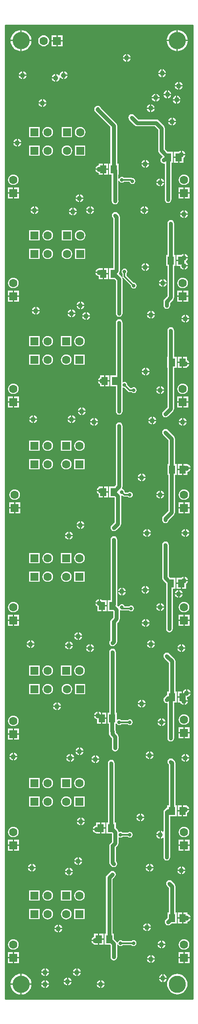
<source format=gbl>
G04 Layer_Physical_Order=2*
G04 Layer_Color=16711680*
%FSLAX25Y25*%
%MOIN*%
G70*
G01*
G75*
%ADD20C,0.01400*%
%ADD21C,0.03000*%
%ADD22C,0.01000*%
%ADD23C,0.00236*%
%ADD24C,0.00800*%
%ADD25C,0.13000*%
%ADD26C,0.06299*%
%ADD27R,0.06299X0.06299*%
%ADD28R,0.06299X0.06299*%
%ADD29C,0.03937*%
%ADD30C,0.02756*%
%ADD31R,0.05118X0.06102*%
G36*
X141732Y-736221D02*
X0D01*
Y0D01*
X141732D01*
Y-736221D01*
D02*
G37*
%LPC*%
G36*
X32000Y-498016D02*
X30969Y-498152D01*
X30008Y-498550D01*
X29183Y-499183D01*
X28550Y-500008D01*
X28152Y-500969D01*
X28016Y-502000D01*
X28152Y-503031D01*
X28550Y-503992D01*
X29183Y-504817D01*
X30008Y-505450D01*
X30969Y-505848D01*
X32000Y-505984D01*
X33031Y-505848D01*
X33992Y-505450D01*
X34817Y-504817D01*
X35450Y-503992D01*
X35848Y-503031D01*
X35984Y-502000D01*
X35848Y-500969D01*
X35450Y-500008D01*
X34817Y-499183D01*
X33992Y-498550D01*
X33031Y-498152D01*
X32000Y-498016D01*
D02*
G37*
G36*
X46476D02*
X45445Y-498152D01*
X44484Y-498550D01*
X43659Y-499183D01*
X43026Y-500008D01*
X42628Y-500969D01*
X42493Y-502000D01*
X42628Y-503031D01*
X43026Y-503992D01*
X43659Y-504817D01*
X44484Y-505450D01*
X45445Y-505848D01*
X46476Y-505984D01*
X47507Y-505848D01*
X48468Y-505450D01*
X49293Y-504817D01*
X49926Y-503992D01*
X50324Y-503031D01*
X50460Y-502000D01*
X50324Y-500969D01*
X49926Y-500008D01*
X49293Y-499183D01*
X48468Y-498550D01*
X47507Y-498152D01*
X46476Y-498016D01*
D02*
G37*
G36*
X103500Y-510072D02*
Y-512500D01*
X105928D01*
X105892Y-512225D01*
X105593Y-511503D01*
X105117Y-510883D01*
X104497Y-510407D01*
X103775Y-510108D01*
X103500Y-510072D01*
D02*
G37*
G36*
X133358Y-503949D02*
X130299D01*
Y-507500D01*
X133358D01*
Y-503949D01*
D02*
G37*
G36*
X137500Y-502072D02*
Y-504500D01*
X139928D01*
X139892Y-504225D01*
X139593Y-503503D01*
X139117Y-502883D01*
X138497Y-502407D01*
X137775Y-502108D01*
X137500Y-502072D01*
D02*
G37*
G36*
X32000Y-484016D02*
X30969Y-484152D01*
X30008Y-484550D01*
X29183Y-485183D01*
X28550Y-486008D01*
X28152Y-486969D01*
X28016Y-488000D01*
X28152Y-489031D01*
X28550Y-489992D01*
X29183Y-490817D01*
X30008Y-491450D01*
X30969Y-491848D01*
X32000Y-491984D01*
X33031Y-491848D01*
X33992Y-491450D01*
X34817Y-490817D01*
X35450Y-489992D01*
X35848Y-489031D01*
X35984Y-488000D01*
X35848Y-486969D01*
X35450Y-486008D01*
X34817Y-485183D01*
X33992Y-484550D01*
X33031Y-484152D01*
X32000Y-484016D01*
D02*
G37*
G36*
X25950Y-498050D02*
X18050D01*
Y-505950D01*
X25950D01*
Y-498050D01*
D02*
G37*
G36*
X60426D02*
X52527D01*
Y-505950D01*
X60426D01*
Y-498050D01*
D02*
G37*
G36*
X102500Y-510072D02*
X102225Y-510108D01*
X101503Y-510407D01*
X100883Y-510883D01*
X100407Y-511503D01*
X100108Y-512225D01*
X100072Y-512500D01*
X102500D01*
Y-510072D01*
D02*
G37*
G36*
Y-513500D02*
X100072D01*
X100108Y-513775D01*
X100407Y-514497D01*
X100883Y-515117D01*
X101503Y-515593D01*
X102225Y-515892D01*
X102500Y-515928D01*
Y-513500D01*
D02*
G37*
G36*
X105928D02*
X103500D01*
Y-515928D01*
X103775Y-515892D01*
X104497Y-515593D01*
X105117Y-515117D01*
X105593Y-514497D01*
X105892Y-513775D01*
X105928Y-513500D01*
D02*
G37*
G36*
X38500Y-515500D02*
X36072D01*
X36108Y-515775D01*
X36407Y-516497D01*
X36883Y-517117D01*
X37503Y-517593D01*
X38225Y-517892D01*
X38500Y-517928D01*
Y-515500D01*
D02*
G37*
G36*
X41928D02*
X39500D01*
Y-517928D01*
X39775Y-517892D01*
X40497Y-517593D01*
X41117Y-517117D01*
X41593Y-516497D01*
X41892Y-515775D01*
X41928Y-515500D01*
D02*
G37*
G36*
X136500Y-502072D02*
X136225Y-502108D01*
X135503Y-502407D01*
X134883Y-502883D01*
X134407Y-503503D01*
X134358Y-503621D01*
Y-508000D01*
X133858D01*
Y-508500D01*
X130299D01*
Y-512051D01*
X132222D01*
X132407Y-512497D01*
X132883Y-513117D01*
X133503Y-513593D01*
X134225Y-513892D01*
X134500Y-513928D01*
Y-511000D01*
X135000D01*
Y-510500D01*
X137928D01*
X137892Y-510225D01*
X137593Y-509503D01*
X137417Y-509274D01*
Y-507939D01*
X137775Y-507892D01*
X138497Y-507593D01*
X139117Y-507117D01*
X139593Y-506497D01*
X139892Y-505775D01*
X139928Y-505500D01*
X137000D01*
Y-505000D01*
X136500D01*
Y-502072D01*
D02*
G37*
G36*
X137928Y-511500D02*
X135500D01*
Y-513928D01*
X135775Y-513892D01*
X136497Y-513593D01*
X137117Y-513117D01*
X137593Y-512497D01*
X137892Y-511775D01*
X137928Y-511500D01*
D02*
G37*
G36*
X38500Y-512072D02*
X38225Y-512108D01*
X37503Y-512407D01*
X36883Y-512883D01*
X36407Y-513503D01*
X36108Y-514225D01*
X36072Y-514500D01*
X38500D01*
Y-512072D01*
D02*
G37*
G36*
X39500D02*
Y-514500D01*
X41928D01*
X41892Y-514225D01*
X41593Y-513503D01*
X41117Y-512883D01*
X40497Y-512407D01*
X39775Y-512108D01*
X39500Y-512072D01*
D02*
G37*
G36*
X109500Y-468500D02*
X107072D01*
X107108Y-468775D01*
X107407Y-469497D01*
X107883Y-470117D01*
X108503Y-470593D01*
X109225Y-470892D01*
X109500Y-470928D01*
Y-468500D01*
D02*
G37*
G36*
X112928D02*
X110500D01*
Y-470928D01*
X110775Y-470892D01*
X111497Y-470593D01*
X112117Y-470117D01*
X112593Y-469497D01*
X112892Y-468775D01*
X112928Y-468500D01*
D02*
G37*
G36*
X18500D02*
X16072D01*
X16108Y-468775D01*
X16407Y-469497D01*
X16883Y-470117D01*
X17503Y-470593D01*
X18225Y-470892D01*
X18500Y-470928D01*
Y-468500D01*
D02*
G37*
G36*
X21928D02*
X19500D01*
Y-470928D01*
X19775Y-470892D01*
X20497Y-470593D01*
X21117Y-470117D01*
X21593Y-469497D01*
X21892Y-468775D01*
X21928Y-468500D01*
D02*
G37*
G36*
X132500Y-468072D02*
X132225Y-468108D01*
X131503Y-468407D01*
X130883Y-468883D01*
X130407Y-469503D01*
X130108Y-470225D01*
X130072Y-470500D01*
X132500D01*
Y-468072D01*
D02*
G37*
G36*
X133500D02*
Y-470500D01*
X135928D01*
X135892Y-470225D01*
X135593Y-469503D01*
X135117Y-468883D01*
X134497Y-468407D01*
X133775Y-468108D01*
X133500Y-468072D01*
D02*
G37*
G36*
X63500D02*
X63225Y-468108D01*
X62503Y-468407D01*
X61883Y-468883D01*
X61407Y-469503D01*
X61108Y-470225D01*
X61072Y-470500D01*
X63500D01*
Y-468072D01*
D02*
G37*
G36*
X64500D02*
Y-470500D01*
X66928D01*
X66892Y-470225D01*
X66593Y-469503D01*
X66117Y-468883D01*
X65497Y-468407D01*
X64775Y-468108D01*
X64500Y-468072D01*
D02*
G37*
G36*
X50928Y-469500D02*
X48500D01*
Y-471928D01*
X48775Y-471892D01*
X49497Y-471593D01*
X50117Y-471117D01*
X50593Y-470497D01*
X50892Y-469775D01*
X50928Y-469500D01*
D02*
G37*
G36*
X49950Y-484050D02*
X42050D01*
Y-491950D01*
X49950D01*
Y-484050D01*
D02*
G37*
G36*
X63500Y-471500D02*
X61072D01*
X61108Y-471775D01*
X61407Y-472497D01*
X61883Y-473117D01*
X62503Y-473593D01*
X63225Y-473892D01*
X63500Y-473928D01*
Y-471500D01*
D02*
G37*
G36*
X56000Y-484016D02*
X54969Y-484152D01*
X54008Y-484550D01*
X53183Y-485183D01*
X52550Y-486008D01*
X52152Y-486969D01*
X52016Y-488000D01*
X52152Y-489031D01*
X52550Y-489992D01*
X53183Y-490817D01*
X54008Y-491450D01*
X54969Y-491848D01*
X56000Y-491984D01*
X57031Y-491848D01*
X57992Y-491450D01*
X58817Y-490817D01*
X59450Y-489992D01*
X59848Y-489031D01*
X59984Y-488000D01*
X59848Y-486969D01*
X59450Y-486008D01*
X58817Y-485183D01*
X57992Y-484550D01*
X57031Y-484152D01*
X56000Y-484016D01*
D02*
G37*
G36*
X25950Y-484050D02*
X18050D01*
Y-491950D01*
X25950D01*
Y-484050D01*
D02*
G37*
G36*
X135928Y-471500D02*
X133500D01*
Y-473928D01*
X133775Y-473892D01*
X134497Y-473593D01*
X135117Y-473117D01*
X135593Y-472497D01*
X135892Y-471775D01*
X135928Y-471500D01*
D02*
G37*
G36*
X47500Y-469500D02*
X45072D01*
X45108Y-469775D01*
X45407Y-470497D01*
X45883Y-471117D01*
X46503Y-471593D01*
X47225Y-471892D01*
X47500Y-471928D01*
Y-469500D01*
D02*
G37*
G36*
X66928Y-471500D02*
X64500D01*
Y-473928D01*
X64775Y-473892D01*
X65497Y-473593D01*
X66117Y-473117D01*
X66593Y-472497D01*
X66892Y-471775D01*
X66928Y-471500D01*
D02*
G37*
G36*
X132500D02*
X130072D01*
X130108Y-471775D01*
X130407Y-472497D01*
X130883Y-473117D01*
X131503Y-473593D01*
X132225Y-473892D01*
X132500Y-473928D01*
Y-471500D01*
D02*
G37*
G36*
X109500Y-549072D02*
Y-551500D01*
X111928D01*
X111892Y-551225D01*
X111593Y-550503D01*
X111117Y-549883D01*
X110497Y-549407D01*
X109775Y-549108D01*
X109500Y-549072D01*
D02*
G37*
G36*
X55500Y-546072D02*
X55225Y-546108D01*
X54503Y-546407D01*
X53883Y-546883D01*
X53407Y-547503D01*
X53108Y-548225D01*
X53072Y-548500D01*
X55500D01*
Y-546072D01*
D02*
G37*
G36*
X58928Y-549500D02*
X56500D01*
Y-551928D01*
X56775Y-551892D01*
X57497Y-551593D01*
X58117Y-551117D01*
X58593Y-550497D01*
X58892Y-549775D01*
X58928Y-549500D01*
D02*
G37*
G36*
X108500Y-549072D02*
X108225Y-549108D01*
X107503Y-549407D01*
X106883Y-549883D01*
X106407Y-550503D01*
X106108Y-551225D01*
X106072Y-551500D01*
X108500D01*
Y-549072D01*
D02*
G37*
G36*
X5500Y-536500D02*
X1850D01*
Y-540150D01*
X5500D01*
Y-536500D01*
D02*
G37*
G36*
X10150D02*
X6500D01*
Y-540150D01*
X10150D01*
Y-536500D01*
D02*
G37*
G36*
X56500Y-546072D02*
Y-548500D01*
X58928D01*
X58892Y-548225D01*
X58593Y-547503D01*
X58117Y-546883D01*
X57497Y-546407D01*
X56775Y-546108D01*
X56500Y-546072D01*
D02*
G37*
G36*
X122000Y-474451D02*
X121025Y-474645D01*
X120198Y-475198D01*
X119645Y-476024D01*
X119451Y-477000D01*
X119645Y-477976D01*
X120198Y-478802D01*
X123435Y-482040D01*
Y-503949D01*
X122425D01*
Y-506502D01*
X122103Y-506566D01*
X121276Y-507119D01*
X120198Y-508198D01*
X119645Y-509024D01*
X119451Y-510000D01*
X119645Y-510976D01*
X120198Y-511802D01*
X121025Y-512355D01*
X122000Y-512549D01*
X122127Y-512524D01*
X122514Y-512841D01*
Y-539063D01*
X122708Y-540038D01*
X123261Y-540865D01*
X124088Y-541418D01*
X125063Y-541612D01*
X126038Y-541418D01*
X126865Y-540865D01*
X127418Y-540038D01*
X127612Y-539063D01*
Y-512051D01*
X129543D01*
Y-503949D01*
X128533D01*
Y-480984D01*
X128339Y-480009D01*
X127787Y-479182D01*
X123802Y-475198D01*
X122976Y-474645D01*
X122000Y-474451D01*
D02*
G37*
G36*
X55500Y-549500D02*
X53072D01*
X53108Y-549775D01*
X53407Y-550497D01*
X53883Y-551117D01*
X54503Y-551593D01*
X55225Y-551892D01*
X55500Y-551928D01*
Y-549500D01*
D02*
G37*
G36*
X48500Y-551072D02*
X48225Y-551108D01*
X47503Y-551407D01*
X46883Y-551883D01*
X46407Y-552503D01*
X46108Y-553225D01*
X46072Y-553500D01*
X48500D01*
Y-551072D01*
D02*
G37*
G36*
X49500D02*
Y-553500D01*
X51928D01*
X51892Y-553225D01*
X51593Y-552503D01*
X51117Y-551883D01*
X50497Y-551407D01*
X49775Y-551108D01*
X49500Y-551072D01*
D02*
G37*
G36*
X67500Y-552072D02*
X67225Y-552108D01*
X66503Y-552407D01*
X65883Y-552883D01*
X65407Y-553503D01*
X65108Y-554225D01*
X65072Y-554500D01*
X67500D01*
Y-552072D01*
D02*
G37*
G36*
X68500D02*
Y-554500D01*
X70928D01*
X70892Y-554225D01*
X70593Y-553503D01*
X70117Y-552883D01*
X69497Y-552407D01*
X68775Y-552108D01*
X68500Y-552072D01*
D02*
G37*
G36*
X5500Y-550072D02*
X5225Y-550108D01*
X4503Y-550407D01*
X3883Y-550883D01*
X3407Y-551503D01*
X3108Y-552225D01*
X3072Y-552500D01*
X5500D01*
Y-550072D01*
D02*
G37*
G36*
X6500D02*
Y-552500D01*
X8928D01*
X8892Y-552225D01*
X8593Y-551503D01*
X8117Y-550883D01*
X7497Y-550407D01*
X6775Y-550108D01*
X6500Y-550072D01*
D02*
G37*
G36*
X135500Y-551072D02*
X135225Y-551108D01*
X134503Y-551407D01*
X133883Y-551883D01*
X133407Y-552503D01*
X133108Y-553225D01*
X133072Y-553500D01*
X135500D01*
Y-551072D01*
D02*
G37*
G36*
X136500D02*
Y-553500D01*
X138928D01*
X138892Y-553225D01*
X138593Y-552503D01*
X138117Y-551883D01*
X137497Y-551407D01*
X136775Y-551108D01*
X136500Y-551072D01*
D02*
G37*
G36*
X70500Y-519072D02*
Y-522000D01*
X70000D01*
Y-522500D01*
X67072D01*
X67108Y-522775D01*
X67407Y-523497D01*
X67883Y-524117D01*
X68503Y-524593D01*
X69225Y-524892D01*
X69256Y-524896D01*
Y-528051D01*
X72315D01*
Y-524000D01*
Y-519949D01*
X72168D01*
X72117Y-519883D01*
X71497Y-519407D01*
X70775Y-519108D01*
X70500Y-519072D01*
D02*
G37*
G36*
X76374Y-524500D02*
X73315D01*
Y-528051D01*
X76374D01*
Y-524500D01*
D02*
G37*
G36*
X81000Y-471451D02*
X80024Y-471645D01*
X79198Y-472198D01*
X78645Y-473025D01*
X78451Y-474000D01*
Y-519949D01*
X77130D01*
Y-528051D01*
X78140D01*
Y-533689D01*
X78334Y-534664D01*
X78388Y-534745D01*
Y-535937D01*
X78582Y-536912D01*
X79135Y-537739D01*
X80451Y-539056D01*
Y-546500D01*
X80645Y-547475D01*
X81198Y-548302D01*
X82025Y-548855D01*
X83000Y-549049D01*
X83975Y-548855D01*
X84802Y-548302D01*
X85355Y-547475D01*
X85549Y-546500D01*
Y-538000D01*
X85355Y-537024D01*
X84802Y-536198D01*
X83486Y-534881D01*
Y-533937D01*
X83292Y-532962D01*
X83238Y-532881D01*
Y-528051D01*
X84083D01*
X84430Y-528570D01*
X85150Y-529052D01*
X86000Y-529221D01*
X86850Y-529052D01*
X87570Y-528570D01*
X87598Y-528529D01*
X92402D01*
X92430Y-528570D01*
X93150Y-529052D01*
X94000Y-529221D01*
X94850Y-529052D01*
X95570Y-528570D01*
X96052Y-527850D01*
X96221Y-527000D01*
X96052Y-526150D01*
X95570Y-525430D01*
X94850Y-524948D01*
X94000Y-524779D01*
X93150Y-524948D01*
X92430Y-525430D01*
X92402Y-525471D01*
X87598D01*
X87570Y-525430D01*
X86850Y-524948D01*
X86000Y-524779D01*
X85150Y-524948D01*
X84748Y-525217D01*
X84248Y-524950D01*
Y-519949D01*
X83549D01*
Y-474000D01*
X83355Y-473025D01*
X82802Y-472198D01*
X81976Y-471645D01*
X81000Y-471451D01*
D02*
G37*
G36*
X135000Y-521016D02*
X133969Y-521152D01*
X133008Y-521550D01*
X132183Y-522183D01*
X131550Y-523008D01*
X131152Y-523969D01*
X131016Y-525000D01*
X131152Y-526031D01*
X131550Y-526992D01*
X132183Y-527817D01*
X133008Y-528450D01*
X133969Y-528848D01*
X135000Y-528984D01*
X136031Y-528848D01*
X136992Y-528450D01*
X137817Y-527817D01*
X138450Y-526992D01*
X138848Y-526031D01*
X138984Y-525000D01*
X138848Y-523969D01*
X138450Y-523008D01*
X137817Y-522183D01*
X136992Y-521550D01*
X136031Y-521152D01*
X135000Y-521016D01*
D02*
G37*
G36*
X76374Y-519949D02*
X73315D01*
Y-523500D01*
X76374D01*
Y-519949D01*
D02*
G37*
G36*
X69500Y-519072D02*
X69225Y-519108D01*
X68503Y-519407D01*
X67883Y-519883D01*
X67407Y-520503D01*
X67108Y-521225D01*
X67072Y-521500D01*
X69500D01*
Y-519072D01*
D02*
G37*
G36*
X117500Y-524072D02*
X117225Y-524108D01*
X116503Y-524407D01*
X115883Y-524883D01*
X115407Y-525503D01*
X115108Y-526225D01*
X115072Y-526500D01*
X117500D01*
Y-524072D01*
D02*
G37*
G36*
X118500D02*
Y-526500D01*
X120928D01*
X120892Y-526225D01*
X120593Y-525503D01*
X120117Y-524883D01*
X119497Y-524407D01*
X118775Y-524108D01*
X118500Y-524072D01*
D02*
G37*
G36*
X120928Y-527500D02*
X118500D01*
Y-529928D01*
X118775Y-529892D01*
X119497Y-529593D01*
X120117Y-529117D01*
X120593Y-528497D01*
X120892Y-527775D01*
X120928Y-527500D01*
D02*
G37*
G36*
X5500Y-531850D02*
X1850D01*
Y-535500D01*
X5500D01*
Y-531850D01*
D02*
G37*
G36*
X10150D02*
X6500D01*
Y-535500D01*
X10150D01*
Y-531850D01*
D02*
G37*
G36*
X134500Y-535500D02*
X130850D01*
Y-539150D01*
X134500D01*
Y-535500D01*
D02*
G37*
G36*
X139150D02*
X135500D01*
Y-539150D01*
X139150D01*
Y-535500D01*
D02*
G37*
G36*
X6000Y-522016D02*
X4969Y-522152D01*
X4008Y-522550D01*
X3183Y-523183D01*
X2550Y-524008D01*
X2152Y-524969D01*
X2016Y-526000D01*
X2152Y-527031D01*
X2550Y-527992D01*
X3183Y-528817D01*
X4008Y-529450D01*
X4969Y-529848D01*
X6000Y-529984D01*
X7031Y-529848D01*
X7992Y-529450D01*
X8817Y-528817D01*
X9450Y-527992D01*
X9848Y-527031D01*
X9984Y-526000D01*
X9848Y-524969D01*
X9450Y-524008D01*
X8817Y-523183D01*
X7992Y-522550D01*
X7031Y-522152D01*
X6000Y-522016D01*
D02*
G37*
G36*
X117500Y-527500D02*
X115072D01*
X115108Y-527775D01*
X115407Y-528497D01*
X115883Y-529117D01*
X116503Y-529593D01*
X117225Y-529892D01*
X117500Y-529928D01*
Y-527500D01*
D02*
G37*
G36*
X134500Y-530850D02*
X130850D01*
Y-534500D01*
X134500D01*
Y-530850D01*
D02*
G37*
G36*
X139150D02*
X135500D01*
Y-534500D01*
X139150D01*
Y-530850D01*
D02*
G37*
G36*
X132437Y-422500D02*
X129378D01*
Y-426051D01*
X132437D01*
Y-422500D01*
D02*
G37*
G36*
X134500Y-417072D02*
X134225Y-417108D01*
X133503Y-417407D01*
X132883Y-417883D01*
X132832Y-417949D01*
X129378D01*
Y-421500D01*
X132937D01*
Y-422000D01*
X133437D01*
Y-426051D01*
X136496D01*
Y-422593D01*
X136497Y-422593D01*
X137117Y-422117D01*
X137593Y-421497D01*
X137892Y-420775D01*
X137928Y-420500D01*
X135000D01*
Y-420000D01*
X134500D01*
Y-417072D01*
D02*
G37*
G36*
X105240Y-424072D02*
X104965Y-424108D01*
X104243Y-424407D01*
X103623Y-424883D01*
X103147Y-425503D01*
X102848Y-426225D01*
X102812Y-426500D01*
X105240D01*
Y-424072D01*
D02*
G37*
G36*
X106240D02*
Y-426500D01*
X108668D01*
X108632Y-426225D01*
X108333Y-425503D01*
X107857Y-424883D01*
X107237Y-424407D01*
X106515Y-424108D01*
X106240Y-424072D01*
D02*
G37*
G36*
X25950Y-413050D02*
X18050D01*
Y-420950D01*
X25950D01*
Y-413050D01*
D02*
G37*
G36*
X59950D02*
X52050D01*
Y-420950D01*
X59950D01*
Y-413050D01*
D02*
G37*
G36*
X32000Y-413016D02*
X30969Y-413152D01*
X30008Y-413550D01*
X29183Y-414183D01*
X28550Y-415008D01*
X28152Y-415969D01*
X28016Y-417000D01*
X28152Y-418031D01*
X28550Y-418992D01*
X29183Y-419817D01*
X30008Y-420450D01*
X30969Y-420848D01*
X32000Y-420984D01*
X33031Y-420848D01*
X33992Y-420450D01*
X34817Y-419817D01*
X35450Y-418992D01*
X35848Y-418031D01*
X35984Y-417000D01*
X35848Y-415969D01*
X35450Y-415008D01*
X34817Y-414183D01*
X33992Y-413550D01*
X33031Y-413152D01*
X32000Y-413016D01*
D02*
G37*
G36*
X46000D02*
X44969Y-413152D01*
X44008Y-413550D01*
X43183Y-414183D01*
X42550Y-415008D01*
X42152Y-415969D01*
X42016Y-417000D01*
X42152Y-418031D01*
X42550Y-418992D01*
X43183Y-419817D01*
X44008Y-420450D01*
X44969Y-420848D01*
X46000Y-420984D01*
X47031Y-420848D01*
X47992Y-420450D01*
X48817Y-419817D01*
X49450Y-418992D01*
X49848Y-418031D01*
X49984Y-417000D01*
X49848Y-415969D01*
X49450Y-415008D01*
X48817Y-414183D01*
X47992Y-413550D01*
X47031Y-413152D01*
X46000Y-413016D01*
D02*
G37*
G36*
X88563Y-425347D02*
Y-427776D01*
X90991D01*
X90955Y-427501D01*
X90656Y-426779D01*
X90180Y-426158D01*
X89560Y-425683D01*
X88838Y-425384D01*
X88563Y-425347D01*
D02*
G37*
G36*
X90991Y-428776D02*
X88563D01*
Y-431204D01*
X88838Y-431168D01*
X89560Y-430869D01*
X90180Y-430393D01*
X90656Y-429773D01*
X90955Y-429050D01*
X90991Y-428776D01*
D02*
G37*
G36*
X105240Y-427500D02*
X102812D01*
X102848Y-427775D01*
X103147Y-428497D01*
X103623Y-429117D01*
X104243Y-429593D01*
X104965Y-429892D01*
X105240Y-429928D01*
Y-427500D01*
D02*
G37*
G36*
X133928Y-430500D02*
X131500D01*
Y-432928D01*
X131775Y-432892D01*
X132497Y-432593D01*
X133117Y-432117D01*
X133593Y-431497D01*
X133892Y-430775D01*
X133928Y-430500D01*
D02*
G37*
G36*
X87563Y-428776D02*
X85135D01*
X85171Y-429050D01*
X85470Y-429773D01*
X85946Y-430393D01*
X86566Y-430869D01*
X87288Y-431168D01*
X87563Y-431204D01*
Y-428776D01*
D02*
G37*
G36*
X131500Y-427072D02*
Y-429500D01*
X133928D01*
X133892Y-429225D01*
X133593Y-428503D01*
X133117Y-427883D01*
X132497Y-427407D01*
X131775Y-427108D01*
X131500Y-427072D01*
D02*
G37*
G36*
X87563Y-425347D02*
X87288Y-425384D01*
X86566Y-425683D01*
X85946Y-426158D01*
X85470Y-426779D01*
X85171Y-427501D01*
X85135Y-427776D01*
X87563D01*
Y-425347D01*
D02*
G37*
G36*
X108668Y-427500D02*
X106240D01*
Y-429928D01*
X106515Y-429892D01*
X107237Y-429593D01*
X107857Y-429117D01*
X108333Y-428497D01*
X108632Y-427775D01*
X108668Y-427500D01*
D02*
G37*
G36*
X130500Y-427072D02*
X130225Y-427108D01*
X129503Y-427407D01*
X128883Y-427883D01*
X128407Y-428503D01*
X128108Y-429225D01*
X128072Y-429500D01*
X130500D01*
Y-427072D01*
D02*
G37*
G36*
X47500Y-383072D02*
X47225Y-383108D01*
X46503Y-383407D01*
X45883Y-383883D01*
X45407Y-384503D01*
X45108Y-385225D01*
X45072Y-385500D01*
X47500D01*
Y-383072D01*
D02*
G37*
G36*
X48500D02*
Y-385500D01*
X50928D01*
X50892Y-385225D01*
X50593Y-384503D01*
X50117Y-383883D01*
X49497Y-383407D01*
X48775Y-383108D01*
X48500Y-383072D01*
D02*
G37*
G36*
X135500Y-384500D02*
X133072D01*
X133108Y-384775D01*
X133407Y-385497D01*
X133883Y-386117D01*
X134503Y-386593D01*
X135225Y-386892D01*
X135500Y-386928D01*
Y-384500D01*
D02*
G37*
G36*
X138928D02*
X136500D01*
Y-386928D01*
X136775Y-386892D01*
X137497Y-386593D01*
X138117Y-386117D01*
X138593Y-385497D01*
X138892Y-384775D01*
X138928Y-384500D01*
D02*
G37*
G36*
X135500Y-381072D02*
X135225Y-381108D01*
X134503Y-381407D01*
X133883Y-381883D01*
X133407Y-382503D01*
X133108Y-383225D01*
X133072Y-383500D01*
X135500D01*
Y-381072D01*
D02*
G37*
G36*
X136500D02*
Y-383500D01*
X138928D01*
X138892Y-383225D01*
X138593Y-382503D01*
X138117Y-381883D01*
X137497Y-381407D01*
X136775Y-381108D01*
X136500Y-381072D01*
D02*
G37*
G36*
X106500D02*
X106225Y-381108D01*
X105503Y-381407D01*
X104883Y-381883D01*
X104407Y-382503D01*
X104108Y-383225D01*
X104072Y-383500D01*
X106500D01*
Y-381072D01*
D02*
G37*
G36*
X107500D02*
Y-383500D01*
X109928D01*
X109892Y-383225D01*
X109593Y-382503D01*
X109117Y-381883D01*
X108497Y-381407D01*
X107775Y-381108D01*
X107500Y-381072D01*
D02*
G37*
G36*
X109928Y-384500D02*
X107500D01*
Y-386928D01*
X107775Y-386892D01*
X108497Y-386593D01*
X109117Y-386117D01*
X109593Y-385497D01*
X109892Y-384775D01*
X109928Y-384500D01*
D02*
G37*
G36*
X56000Y-399016D02*
X54969Y-399152D01*
X54008Y-399550D01*
X53183Y-400183D01*
X52550Y-401008D01*
X52152Y-401969D01*
X52016Y-403000D01*
X52152Y-404031D01*
X52550Y-404992D01*
X53183Y-405817D01*
X54008Y-406450D01*
X54969Y-406848D01*
X56000Y-406984D01*
X57031Y-406848D01*
X57992Y-406450D01*
X58817Y-405817D01*
X59450Y-404992D01*
X59848Y-404031D01*
X59984Y-403000D01*
X59848Y-401969D01*
X59450Y-401008D01*
X58817Y-400183D01*
X57992Y-399550D01*
X57031Y-399152D01*
X56000Y-399016D01*
D02*
G37*
G36*
X25950Y-399050D02*
X18050D01*
Y-406950D01*
X25950D01*
Y-399050D01*
D02*
G37*
G36*
X135500Y-417072D02*
Y-419500D01*
X137928D01*
X137892Y-419225D01*
X137593Y-418503D01*
X137117Y-417883D01*
X136497Y-417407D01*
X135775Y-417108D01*
X135500Y-417072D01*
D02*
G37*
G36*
X32000Y-399016D02*
X30969Y-399152D01*
X30008Y-399550D01*
X29183Y-400183D01*
X28550Y-401008D01*
X28152Y-401969D01*
X28016Y-403000D01*
X28152Y-404031D01*
X28550Y-404992D01*
X29183Y-405817D01*
X30008Y-406450D01*
X30969Y-406848D01*
X32000Y-406984D01*
X33031Y-406848D01*
X33992Y-406450D01*
X34817Y-405817D01*
X35450Y-404992D01*
X35848Y-404031D01*
X35984Y-403000D01*
X35848Y-401969D01*
X35450Y-401008D01*
X34817Y-400183D01*
X33992Y-399550D01*
X33031Y-399152D01*
X32000Y-399016D01*
D02*
G37*
G36*
X50928Y-386500D02*
X48500D01*
Y-388928D01*
X48775Y-388892D01*
X49497Y-388593D01*
X50117Y-388117D01*
X50593Y-387497D01*
X50892Y-386775D01*
X50928Y-386500D01*
D02*
G37*
G36*
X106500Y-384500D02*
X104072D01*
X104108Y-384775D01*
X104407Y-385497D01*
X104883Y-386117D01*
X105503Y-386593D01*
X106225Y-386892D01*
X106500Y-386928D01*
Y-384500D01*
D02*
G37*
G36*
X49950Y-399050D02*
X42050D01*
Y-406950D01*
X49950D01*
Y-399050D01*
D02*
G37*
G36*
X47500Y-386500D02*
X45072D01*
X45108Y-386775D01*
X45407Y-387497D01*
X45883Y-388117D01*
X46503Y-388593D01*
X47225Y-388892D01*
X47500Y-388928D01*
Y-386500D01*
D02*
G37*
G36*
X105500Y-452500D02*
X103072D01*
X103108Y-452775D01*
X103407Y-453497D01*
X103883Y-454117D01*
X104503Y-454593D01*
X105225Y-454892D01*
X105500Y-454928D01*
Y-452500D01*
D02*
G37*
G36*
X108928D02*
X106500D01*
Y-454928D01*
X106775Y-454892D01*
X107497Y-454593D01*
X108117Y-454117D01*
X108593Y-453497D01*
X108892Y-452775D01*
X108928Y-452500D01*
D02*
G37*
G36*
X55500Y-459072D02*
Y-461500D01*
X57928D01*
X57892Y-461225D01*
X57593Y-460503D01*
X57117Y-459883D01*
X56497Y-459407D01*
X55775Y-459108D01*
X55500Y-459072D01*
D02*
G37*
G36*
X121000Y-390451D02*
X120025Y-390645D01*
X119198Y-391198D01*
X118645Y-392024D01*
X118451Y-393000D01*
Y-417937D01*
X118645Y-418913D01*
X119198Y-419739D01*
X121504Y-422046D01*
Y-423734D01*
X121451Y-424000D01*
Y-456500D01*
X121645Y-457476D01*
X122198Y-458302D01*
X123024Y-458855D01*
X124000Y-459049D01*
X124976Y-458855D01*
X125802Y-458302D01*
X126355Y-457476D01*
X126549Y-456500D01*
Y-426051D01*
X128622D01*
Y-417949D01*
X124617D01*
X123549Y-416881D01*
Y-393000D01*
X123355Y-392024D01*
X122802Y-391198D01*
X121976Y-390645D01*
X121000Y-390451D01*
D02*
G37*
G36*
X134500Y-450500D02*
X130850D01*
Y-454150D01*
X134500D01*
Y-450500D01*
D02*
G37*
G36*
X139150D02*
X135500D01*
Y-454150D01*
X139150D01*
Y-450500D01*
D02*
G37*
G36*
X5500D02*
X1850D01*
Y-454150D01*
X5500D01*
Y-450500D01*
D02*
G37*
G36*
X10150D02*
X6500D01*
Y-454150D01*
X10150D01*
Y-450500D01*
D02*
G37*
G36*
X54500Y-459072D02*
X54225Y-459108D01*
X53503Y-459407D01*
X52883Y-459883D01*
X52407Y-460503D01*
X52108Y-461225D01*
X52072Y-461500D01*
X54500D01*
Y-459072D01*
D02*
G37*
G36*
X18500Y-465072D02*
X18225Y-465108D01*
X17503Y-465407D01*
X16883Y-465883D01*
X16407Y-466503D01*
X16108Y-467225D01*
X16072Y-467500D01*
X18500D01*
Y-465072D01*
D02*
G37*
G36*
X19500D02*
Y-467500D01*
X21928D01*
X21892Y-467225D01*
X21593Y-466503D01*
X21117Y-465883D01*
X20497Y-465407D01*
X19775Y-465108D01*
X19500Y-465072D01*
D02*
G37*
G36*
X47500Y-466072D02*
X47225Y-466108D01*
X46503Y-466407D01*
X45883Y-466883D01*
X45407Y-467503D01*
X45108Y-468225D01*
X45072Y-468500D01*
X47500D01*
Y-466072D01*
D02*
G37*
G36*
X48500D02*
Y-468500D01*
X50928D01*
X50892Y-468225D01*
X50593Y-467503D01*
X50117Y-466883D01*
X49497Y-466407D01*
X48775Y-466108D01*
X48500Y-466072D01*
D02*
G37*
G36*
X54500Y-462500D02*
X52072D01*
X52108Y-462775D01*
X52407Y-463497D01*
X52883Y-464117D01*
X53503Y-464593D01*
X54225Y-464892D01*
X54500Y-464928D01*
Y-462500D01*
D02*
G37*
G36*
X57928D02*
X55500D01*
Y-464928D01*
X55775Y-464892D01*
X56497Y-464593D01*
X57117Y-464117D01*
X57593Y-463497D01*
X57892Y-462775D01*
X57928Y-462500D01*
D02*
G37*
G36*
X109500Y-465072D02*
X109225Y-465108D01*
X108503Y-465407D01*
X107883Y-465883D01*
X107407Y-466503D01*
X107108Y-467225D01*
X107072Y-467500D01*
X109500D01*
Y-465072D01*
D02*
G37*
G36*
X110500D02*
Y-467500D01*
X112928D01*
X112892Y-467225D01*
X112593Y-466503D01*
X112117Y-465883D01*
X111497Y-465407D01*
X110775Y-465108D01*
X110500Y-465072D01*
D02*
G37*
G36*
X116500Y-440500D02*
X114072D01*
X114108Y-440775D01*
X114407Y-441497D01*
X114883Y-442117D01*
X115503Y-442593D01*
X116225Y-442892D01*
X116500Y-442928D01*
Y-440500D01*
D02*
G37*
G36*
X119928D02*
X117500D01*
Y-442928D01*
X117775Y-442892D01*
X118497Y-442593D01*
X119117Y-442117D01*
X119593Y-441497D01*
X119892Y-440775D01*
X119928Y-440500D01*
D02*
G37*
G36*
X71500Y-434072D02*
Y-437000D01*
X71000D01*
Y-437500D01*
X68072D01*
X68108Y-437775D01*
X68407Y-438497D01*
X68883Y-439117D01*
X69503Y-439593D01*
X69504Y-439593D01*
Y-443051D01*
X72563D01*
Y-439000D01*
X73063D01*
Y-438500D01*
X76622D01*
Y-434949D01*
X73168D01*
X73117Y-434883D01*
X72497Y-434407D01*
X71775Y-434108D01*
X71500Y-434072D01*
D02*
G37*
G36*
X76622Y-439500D02*
X73563D01*
Y-443051D01*
X76622D01*
Y-439500D01*
D02*
G37*
G36*
X70500Y-434072D02*
X70225Y-434108D01*
X69503Y-434407D01*
X68883Y-434883D01*
X68407Y-435503D01*
X68108Y-436225D01*
X68072Y-436500D01*
X70500D01*
Y-434072D01*
D02*
G37*
G36*
X130500Y-430500D02*
X128072D01*
X128108Y-430775D01*
X128407Y-431497D01*
X128883Y-432117D01*
X129503Y-432593D01*
X130225Y-432892D01*
X130500Y-432928D01*
Y-430500D01*
D02*
G37*
G36*
X116500Y-437072D02*
X116225Y-437108D01*
X115503Y-437407D01*
X114883Y-437883D01*
X114407Y-438503D01*
X114108Y-439225D01*
X114072Y-439500D01*
X116500D01*
Y-437072D01*
D02*
G37*
G36*
X117500D02*
Y-439500D01*
X119928D01*
X119892Y-439225D01*
X119593Y-438503D01*
X119117Y-437883D01*
X118497Y-437407D01*
X117775Y-437108D01*
X117500Y-437072D01*
D02*
G37*
G36*
X82000Y-386451D02*
X81024Y-386645D01*
X80198Y-387198D01*
X79645Y-388024D01*
X79451Y-389000D01*
Y-434949D01*
X77378D01*
Y-443051D01*
X81383D01*
X81451Y-443119D01*
Y-447881D01*
X80135Y-449198D01*
X79582Y-450025D01*
X79388Y-451000D01*
Y-465007D01*
X79198Y-465198D01*
X78645Y-466024D01*
X78451Y-467000D01*
X78645Y-467976D01*
X79198Y-468802D01*
X80024Y-469355D01*
X81000Y-469549D01*
X81976Y-469355D01*
X82802Y-468802D01*
X83739Y-467865D01*
X84292Y-467038D01*
X84486Y-466063D01*
Y-452056D01*
X85802Y-450739D01*
X86355Y-449913D01*
X86549Y-448937D01*
Y-442390D01*
X86616Y-442334D01*
X87049Y-442169D01*
X87415Y-442413D01*
X88000Y-442529D01*
X93402D01*
X93430Y-442570D01*
X94150Y-443052D01*
X95000Y-443221D01*
X95850Y-443052D01*
X96570Y-442570D01*
X97052Y-441850D01*
X97221Y-441000D01*
X97052Y-440150D01*
X96570Y-439430D01*
X95850Y-438948D01*
X95000Y-438779D01*
X94150Y-438948D01*
X93430Y-439430D01*
X93402Y-439471D01*
X90115D01*
X90052Y-439150D01*
X89570Y-438430D01*
X88850Y-437948D01*
X88000Y-437779D01*
X87150Y-437948D01*
X86430Y-438430D01*
X85948Y-439150D01*
X85857Y-439608D01*
X85315Y-439773D01*
X84496Y-438954D01*
Y-438203D01*
X84549Y-437937D01*
Y-389000D01*
X84355Y-388024D01*
X83802Y-387198D01*
X82976Y-386645D01*
X82000Y-386451D01*
D02*
G37*
G36*
X5500Y-445850D02*
X1850D01*
Y-449500D01*
X5500D01*
Y-445850D01*
D02*
G37*
G36*
X134500D02*
X130850D01*
Y-449500D01*
X134500D01*
Y-445850D01*
D02*
G37*
G36*
X105500Y-449072D02*
X105225Y-449108D01*
X104503Y-449407D01*
X103883Y-449883D01*
X103407Y-450503D01*
X103108Y-451225D01*
X103072Y-451500D01*
X105500D01*
Y-449072D01*
D02*
G37*
G36*
X106500D02*
Y-451500D01*
X108928D01*
X108892Y-451225D01*
X108593Y-450503D01*
X108117Y-449883D01*
X107497Y-449407D01*
X106775Y-449108D01*
X106500Y-449072D01*
D02*
G37*
G36*
X6000Y-436016D02*
X4969Y-436152D01*
X4008Y-436550D01*
X3183Y-437183D01*
X2550Y-438008D01*
X2152Y-438969D01*
X2016Y-440000D01*
X2152Y-441031D01*
X2550Y-441992D01*
X3183Y-442817D01*
X4008Y-443450D01*
X4969Y-443848D01*
X6000Y-443984D01*
X7031Y-443848D01*
X7992Y-443450D01*
X8817Y-442817D01*
X9450Y-441992D01*
X9848Y-441031D01*
X9984Y-440000D01*
X9848Y-438969D01*
X9450Y-438008D01*
X8817Y-437183D01*
X7992Y-436550D01*
X7031Y-436152D01*
X6000Y-436016D01*
D02*
G37*
G36*
X135000D02*
X133969Y-436152D01*
X133008Y-436550D01*
X132183Y-437183D01*
X131550Y-438008D01*
X131152Y-438969D01*
X131016Y-440000D01*
X131152Y-441031D01*
X131550Y-441992D01*
X132183Y-442817D01*
X133008Y-443450D01*
X133969Y-443848D01*
X135000Y-443984D01*
X136031Y-443848D01*
X136992Y-443450D01*
X137817Y-442817D01*
X138450Y-441992D01*
X138848Y-441031D01*
X138984Y-440000D01*
X138848Y-438969D01*
X138450Y-438008D01*
X137817Y-437183D01*
X136992Y-436550D01*
X136031Y-436152D01*
X135000Y-436016D01*
D02*
G37*
G36*
X10150Y-445850D02*
X6500D01*
Y-449500D01*
X10150D01*
Y-445850D01*
D02*
G37*
G36*
X139150D02*
X135500D01*
Y-449500D01*
X139150D01*
Y-445850D01*
D02*
G37*
G36*
X111928Y-552500D02*
X109500D01*
Y-554928D01*
X109775Y-554892D01*
X110497Y-554593D01*
X111117Y-554117D01*
X111593Y-553497D01*
X111892Y-552775D01*
X111928Y-552500D01*
D02*
G37*
G36*
X80937Y-639451D02*
X79962Y-639645D01*
X79135Y-640198D01*
X76635Y-642698D01*
X76082Y-643525D01*
X75888Y-644500D01*
Y-686949D01*
X74878D01*
Y-695051D01*
X78883D01*
X79451Y-695619D01*
Y-704500D01*
X79645Y-705476D01*
X80198Y-706302D01*
X81024Y-706855D01*
X82000Y-707049D01*
X82976Y-706855D01*
X83802Y-706302D01*
X84355Y-705476D01*
X84549Y-704500D01*
Y-695152D01*
X85049Y-695000D01*
X85430Y-695570D01*
X86150Y-696052D01*
X87000Y-696221D01*
X87850Y-696052D01*
X88570Y-695570D01*
X88598Y-695529D01*
X95276D01*
X95304Y-695570D01*
X96024Y-696052D01*
X96874Y-696221D01*
X97724Y-696052D01*
X98444Y-695570D01*
X98926Y-694850D01*
X99095Y-694000D01*
X98926Y-693150D01*
X98444Y-692430D01*
X97724Y-691948D01*
X96874Y-691779D01*
X96024Y-691948D01*
X95304Y-692430D01*
X95276Y-692471D01*
X88598D01*
X88570Y-692430D01*
X87850Y-691948D01*
X87000Y-691779D01*
X86150Y-691948D01*
X85430Y-692430D01*
X84948Y-693150D01*
X84863Y-693579D01*
X84371Y-693587D01*
X84352Y-693584D01*
X83802Y-692761D01*
X81996Y-690954D01*
Y-686949D01*
X80986D01*
Y-645556D01*
X82739Y-643802D01*
X83292Y-642976D01*
X83486Y-642000D01*
X83292Y-641024D01*
X82739Y-640198D01*
X81912Y-639645D01*
X80937Y-639451D01*
D02*
G37*
G36*
X70063Y-686949D02*
X67004D01*
Y-689199D01*
X66503Y-689407D01*
X65883Y-689883D01*
X65407Y-690503D01*
X65108Y-691225D01*
X65072Y-691500D01*
X68000D01*
Y-692500D01*
X65072D01*
X65108Y-692775D01*
X65407Y-693497D01*
X65883Y-694117D01*
X66503Y-694593D01*
X67004Y-694801D01*
Y-695051D01*
X70063D01*
Y-691000D01*
Y-686949D01*
D02*
G37*
G36*
X117500Y-695500D02*
X115072D01*
X115108Y-695775D01*
X115407Y-696497D01*
X115883Y-697117D01*
X116503Y-697593D01*
X117225Y-697892D01*
X117500Y-697928D01*
Y-695500D01*
D02*
G37*
G36*
X120928D02*
X118500D01*
Y-697928D01*
X118775Y-697892D01*
X119497Y-697593D01*
X120117Y-697117D01*
X120593Y-696497D01*
X120892Y-695775D01*
X120928Y-695500D01*
D02*
G37*
G36*
X118500Y-692072D02*
Y-694500D01*
X120928D01*
X120892Y-694225D01*
X120593Y-693503D01*
X120117Y-692883D01*
X119497Y-692407D01*
X118775Y-692108D01*
X118500Y-692072D01*
D02*
G37*
G36*
X74122Y-686949D02*
X71063D01*
Y-690500D01*
X74122D01*
Y-686949D01*
D02*
G37*
G36*
Y-691500D02*
X71063D01*
Y-695051D01*
X74122D01*
Y-691500D01*
D02*
G37*
G36*
X117500Y-692072D02*
X117225Y-692108D01*
X116503Y-692407D01*
X115883Y-692883D01*
X115407Y-693503D01*
X115108Y-694225D01*
X115072Y-694500D01*
X117500D01*
Y-692072D01*
D02*
G37*
G36*
X135000Y-691016D02*
X133969Y-691152D01*
X133008Y-691550D01*
X132183Y-692183D01*
X131550Y-693008D01*
X131152Y-693969D01*
X131016Y-695000D01*
X131152Y-696031D01*
X131550Y-696992D01*
X132183Y-697817D01*
X133008Y-698450D01*
X133969Y-698848D01*
X135000Y-698984D01*
X136031Y-698848D01*
X136992Y-698450D01*
X137817Y-697817D01*
X138450Y-696992D01*
X138848Y-696031D01*
X138984Y-695000D01*
X138848Y-693969D01*
X138450Y-693008D01*
X137817Y-692183D01*
X136992Y-691550D01*
X136031Y-691152D01*
X135000Y-691016D01*
D02*
G37*
G36*
X110500Y-703072D02*
Y-705500D01*
X112928D01*
X112892Y-705225D01*
X112593Y-704503D01*
X112117Y-703883D01*
X111497Y-703407D01*
X110775Y-703108D01*
X110500Y-703072D01*
D02*
G37*
G36*
X5500Y-700850D02*
X1850D01*
Y-704500D01*
X5500D01*
Y-700850D01*
D02*
G37*
G36*
X112928Y-706500D02*
X110500D01*
Y-708928D01*
X110775Y-708892D01*
X111497Y-708593D01*
X112117Y-708117D01*
X112593Y-707497D01*
X112892Y-706775D01*
X112928Y-706500D01*
D02*
G37*
G36*
X109500Y-703072D02*
X109225Y-703108D01*
X108503Y-703407D01*
X107883Y-703883D01*
X107407Y-704503D01*
X107108Y-705225D01*
X107072Y-705500D01*
X109500D01*
Y-703072D01*
D02*
G37*
G36*
X139150Y-700850D02*
X135500D01*
Y-704500D01*
X139150D01*
Y-700850D01*
D02*
G37*
G36*
X6000Y-691016D02*
X4969Y-691152D01*
X4008Y-691550D01*
X3183Y-692183D01*
X2550Y-693008D01*
X2152Y-693969D01*
X2016Y-695000D01*
X2152Y-696031D01*
X2550Y-696992D01*
X3183Y-697817D01*
X4008Y-698450D01*
X4969Y-698848D01*
X6000Y-698984D01*
X7031Y-698848D01*
X7992Y-698450D01*
X8817Y-697817D01*
X9450Y-696992D01*
X9848Y-696031D01*
X9984Y-695000D01*
X9848Y-693969D01*
X9450Y-693008D01*
X8817Y-692183D01*
X7992Y-691550D01*
X7031Y-691152D01*
X6000Y-691016D01*
D02*
G37*
G36*
X134500Y-700850D02*
X130850D01*
Y-704500D01*
X134500D01*
Y-700850D01*
D02*
G37*
G36*
X10150D02*
X6500D01*
Y-704500D01*
X10150D01*
Y-700850D01*
D02*
G37*
G36*
X32000Y-668029D02*
X30969Y-668165D01*
X30008Y-668563D01*
X29183Y-669196D01*
X28550Y-670021D01*
X28152Y-670982D01*
X28016Y-672013D01*
X28152Y-673044D01*
X28550Y-674005D01*
X29183Y-674830D01*
X30008Y-675463D01*
X30969Y-675861D01*
X32000Y-675997D01*
X33031Y-675861D01*
X33992Y-675463D01*
X34817Y-674830D01*
X35450Y-674005D01*
X35848Y-673044D01*
X35984Y-672013D01*
X35848Y-670982D01*
X35450Y-670021D01*
X34817Y-669196D01*
X33992Y-668563D01*
X33031Y-668165D01*
X32000Y-668029D01*
D02*
G37*
G36*
X46000D02*
X44969Y-668165D01*
X44008Y-668563D01*
X43183Y-669196D01*
X42550Y-670021D01*
X42152Y-670982D01*
X42016Y-672013D01*
X42152Y-673044D01*
X42550Y-674005D01*
X43183Y-674830D01*
X44008Y-675463D01*
X44969Y-675861D01*
X46000Y-675997D01*
X47031Y-675861D01*
X47992Y-675463D01*
X48817Y-674830D01*
X49450Y-674005D01*
X49848Y-673044D01*
X49984Y-672013D01*
X49848Y-670982D01*
X49450Y-670021D01*
X48817Y-669196D01*
X47992Y-668563D01*
X47031Y-668165D01*
X46000Y-668029D01*
D02*
G37*
G36*
X133437Y-675500D02*
X130378D01*
Y-679051D01*
X133437D01*
Y-675500D01*
D02*
G37*
G36*
X137496Y-670949D02*
X134437D01*
Y-675000D01*
Y-679051D01*
X137496D01*
Y-677929D01*
X137775Y-677892D01*
X138497Y-677593D01*
X139117Y-677117D01*
X139593Y-676497D01*
X139892Y-675775D01*
X139928Y-675500D01*
X137000D01*
Y-674500D01*
X139928D01*
X139892Y-674225D01*
X139593Y-673503D01*
X139117Y-672883D01*
X138497Y-672407D01*
X137775Y-672108D01*
X137496Y-672071D01*
Y-670949D01*
D02*
G37*
G36*
X133437D02*
X130378D01*
Y-674500D01*
X133437D01*
Y-670949D01*
D02*
G37*
G36*
X32000Y-654016D02*
X30969Y-654152D01*
X30008Y-654550D01*
X29183Y-655183D01*
X28550Y-656008D01*
X28152Y-656969D01*
X28016Y-658000D01*
X28152Y-659031D01*
X28550Y-659992D01*
X29183Y-660817D01*
X30008Y-661450D01*
X30969Y-661848D01*
X32000Y-661984D01*
X33031Y-661848D01*
X33992Y-661450D01*
X34817Y-660817D01*
X35450Y-659992D01*
X35848Y-659031D01*
X35984Y-658000D01*
X35848Y-656969D01*
X35450Y-656008D01*
X34817Y-655183D01*
X33992Y-654550D01*
X33031Y-654152D01*
X32000Y-654016D01*
D02*
G37*
G36*
X25950Y-668063D02*
X18050D01*
Y-675963D01*
X25950D01*
Y-668063D01*
D02*
G37*
G36*
X59950D02*
X52050D01*
Y-675963D01*
X59950D01*
Y-668063D01*
D02*
G37*
G36*
X124000Y-646451D02*
X123024Y-646645D01*
X122198Y-647198D01*
X121645Y-648025D01*
X121451Y-649000D01*
X121645Y-649975D01*
X122198Y-650802D01*
X123514Y-652119D01*
Y-670949D01*
X122504D01*
Y-674954D01*
X121261Y-676198D01*
X120708Y-677025D01*
X120514Y-678000D01*
X120708Y-678975D01*
X121261Y-679802D01*
X122088Y-680355D01*
X123063Y-680549D01*
X124038Y-680355D01*
X124865Y-679802D01*
X125617Y-679051D01*
X129622D01*
Y-670949D01*
X128612D01*
Y-651063D01*
X128418Y-650087D01*
X127865Y-649261D01*
X125802Y-647198D01*
X124976Y-646645D01*
X124000Y-646451D01*
D02*
G37*
G36*
X106500Y-682500D02*
X104072D01*
X104108Y-682775D01*
X104407Y-683497D01*
X104883Y-684117D01*
X105503Y-684593D01*
X106225Y-684892D01*
X106500Y-684928D01*
Y-682500D01*
D02*
G37*
G36*
X109928D02*
X107500D01*
Y-684928D01*
X107775Y-684892D01*
X108497Y-684593D01*
X109117Y-684117D01*
X109593Y-683497D01*
X109892Y-682775D01*
X109928Y-682500D01*
D02*
G37*
G36*
X39500Y-683500D02*
X37072D01*
X37108Y-683775D01*
X37407Y-684497D01*
X37883Y-685117D01*
X38503Y-685593D01*
X39225Y-685892D01*
X39500Y-685928D01*
Y-683500D01*
D02*
G37*
G36*
X42928D02*
X40500D01*
Y-685928D01*
X40775Y-685892D01*
X41497Y-685593D01*
X42117Y-685117D01*
X42593Y-684497D01*
X42892Y-683775D01*
X42928Y-683500D01*
D02*
G37*
G36*
X106500Y-679072D02*
X106225Y-679108D01*
X105503Y-679407D01*
X104883Y-679883D01*
X104407Y-680503D01*
X104108Y-681225D01*
X104072Y-681500D01*
X106500D01*
Y-679072D01*
D02*
G37*
G36*
X107500D02*
Y-681500D01*
X109928D01*
X109892Y-681225D01*
X109593Y-680503D01*
X109117Y-679883D01*
X108497Y-679407D01*
X107775Y-679108D01*
X107500Y-679072D01*
D02*
G37*
G36*
X39500Y-680072D02*
X39225Y-680108D01*
X38503Y-680407D01*
X37883Y-680883D01*
X37407Y-681503D01*
X37108Y-682225D01*
X37072Y-682500D01*
X39500D01*
Y-680072D01*
D02*
G37*
G36*
X40500D02*
Y-682500D01*
X42928D01*
X42892Y-682225D01*
X42593Y-681503D01*
X42117Y-680883D01*
X41497Y-680407D01*
X40775Y-680108D01*
X40500Y-680072D01*
D02*
G37*
G36*
X29500Y-722072D02*
X29225Y-722108D01*
X28503Y-722407D01*
X27883Y-722883D01*
X27407Y-723503D01*
X27108Y-724225D01*
X27072Y-724500D01*
X29500D01*
Y-722072D01*
D02*
G37*
G36*
X30500D02*
Y-724500D01*
X32928D01*
X32892Y-724225D01*
X32593Y-723503D01*
X32117Y-722883D01*
X31497Y-722407D01*
X30775Y-722108D01*
X30500Y-722072D01*
D02*
G37*
G36*
X11311Y-717111D02*
X10262Y-717214D01*
X8773Y-717666D01*
X7401Y-718400D01*
X6198Y-719387D01*
X5211Y-720590D01*
X4477Y-721962D01*
X4025Y-723451D01*
X3922Y-724500D01*
X11311D01*
Y-717111D01*
D02*
G37*
G36*
X12311D02*
Y-724500D01*
X19700D01*
X19597Y-723451D01*
X19145Y-721962D01*
X18411Y-720590D01*
X17424Y-719387D01*
X16221Y-718400D01*
X14849Y-717666D01*
X13360Y-717214D01*
X12311Y-717111D01*
D02*
G37*
G36*
X118572Y-721000D02*
X116143D01*
X116180Y-721275D01*
X116479Y-721997D01*
X116955Y-722617D01*
X117575Y-723093D01*
X118297Y-723392D01*
X118572Y-723428D01*
Y-721000D01*
D02*
G37*
G36*
X122000D02*
X119572D01*
Y-723428D01*
X119847Y-723392D01*
X120569Y-723093D01*
X121189Y-722617D01*
X121665Y-721997D01*
X121964Y-721275D01*
X122000Y-721000D01*
D02*
G37*
G36*
X71500Y-722072D02*
X71225Y-722108D01*
X70503Y-722407D01*
X69883Y-722883D01*
X69407Y-723503D01*
X69108Y-724225D01*
X69072Y-724500D01*
X71500D01*
Y-722072D01*
D02*
G37*
G36*
X72500D02*
Y-724500D01*
X74928D01*
X74892Y-724225D01*
X74593Y-723503D01*
X74117Y-722883D01*
X73497Y-722407D01*
X72775Y-722108D01*
X72500Y-722072D01*
D02*
G37*
G36*
X49928Y-723500D02*
X47500D01*
Y-725928D01*
X47775Y-725892D01*
X48497Y-725593D01*
X49117Y-725117D01*
X49593Y-724497D01*
X49892Y-723775D01*
X49928Y-723500D01*
D02*
G37*
G36*
X129921Y-717263D02*
X128412Y-717411D01*
X126960Y-717852D01*
X125623Y-718567D01*
X124450Y-719529D01*
X123488Y-720701D01*
X122773Y-722039D01*
X122333Y-723490D01*
X122184Y-725000D01*
X122333Y-726510D01*
X122773Y-727961D01*
X123488Y-729299D01*
X124450Y-730471D01*
X125623Y-731433D01*
X126960Y-732148D01*
X128412Y-732589D01*
X129921Y-732737D01*
X131431Y-732589D01*
X132882Y-732148D01*
X134220Y-731433D01*
X135392Y-730471D01*
X136355Y-729299D01*
X137070Y-727961D01*
X137510Y-726510D01*
X137659Y-725000D01*
X137510Y-723490D01*
X137070Y-722039D01*
X136355Y-720701D01*
X135392Y-719529D01*
X134220Y-718567D01*
X132882Y-717852D01*
X131431Y-717411D01*
X129921Y-717263D01*
D02*
G37*
G36*
X29500Y-725500D02*
X27072D01*
X27108Y-725775D01*
X27407Y-726497D01*
X27883Y-727117D01*
X28503Y-727593D01*
X29225Y-727892D01*
X29500Y-727928D01*
Y-725500D01*
D02*
G37*
G36*
X11311D02*
X3922D01*
X4025Y-726549D01*
X4477Y-728038D01*
X5211Y-729410D01*
X6198Y-730613D01*
X7401Y-731600D01*
X8773Y-732334D01*
X10262Y-732786D01*
X11311Y-732889D01*
Y-725500D01*
D02*
G37*
G36*
X19700D02*
X12311D01*
Y-732889D01*
X13360Y-732786D01*
X14849Y-732334D01*
X16221Y-731600D01*
X17424Y-730613D01*
X18411Y-729410D01*
X19145Y-728038D01*
X19597Y-726549D01*
X19700Y-725500D01*
D02*
G37*
G36*
X74928D02*
X72500D01*
Y-727928D01*
X72775Y-727892D01*
X73497Y-727593D01*
X74117Y-727117D01*
X74593Y-726497D01*
X74892Y-725775D01*
X74928Y-725500D01*
D02*
G37*
G36*
X46500Y-723500D02*
X44072D01*
X44108Y-723775D01*
X44407Y-724497D01*
X44883Y-725117D01*
X45503Y-725593D01*
X46225Y-725892D01*
X46500Y-725928D01*
Y-723500D01*
D02*
G37*
G36*
X32928Y-725500D02*
X30500D01*
Y-727928D01*
X30775Y-727892D01*
X31497Y-727593D01*
X32117Y-727117D01*
X32593Y-726497D01*
X32892Y-725775D01*
X32928Y-725500D01*
D02*
G37*
G36*
X71500D02*
X69072D01*
X69108Y-725775D01*
X69407Y-726497D01*
X69883Y-727117D01*
X70503Y-727593D01*
X71225Y-727892D01*
X71500Y-727928D01*
Y-725500D01*
D02*
G37*
G36*
X54500Y-713072D02*
Y-715500D01*
X56928D01*
X56892Y-715225D01*
X56593Y-714503D01*
X56117Y-713883D01*
X55497Y-713407D01*
X54775Y-713108D01*
X54500Y-713072D01*
D02*
G37*
G36*
X5500Y-705500D02*
X1850D01*
Y-709150D01*
X5500D01*
Y-705500D01*
D02*
G37*
G36*
X30500Y-713072D02*
Y-715500D01*
X32928D01*
X32892Y-715225D01*
X32593Y-714503D01*
X32117Y-713883D01*
X31497Y-713407D01*
X30775Y-713108D01*
X30500Y-713072D01*
D02*
G37*
G36*
X53500D02*
X53225Y-713108D01*
X52503Y-713407D01*
X51883Y-713883D01*
X51407Y-714503D01*
X51108Y-715225D01*
X51072Y-715500D01*
X53500D01*
Y-713072D01*
D02*
G37*
G36*
X139150Y-705500D02*
X135500D01*
Y-709150D01*
X139150D01*
Y-705500D01*
D02*
G37*
G36*
X109500Y-706500D02*
X107072D01*
X107108Y-706775D01*
X107407Y-707497D01*
X107883Y-708117D01*
X108503Y-708593D01*
X109225Y-708892D01*
X109500Y-708928D01*
Y-706500D01*
D02*
G37*
G36*
X10150Y-705500D02*
X6500D01*
Y-709150D01*
X10150D01*
Y-705500D01*
D02*
G37*
G36*
X134500D02*
X130850D01*
Y-709150D01*
X134500D01*
Y-705500D01*
D02*
G37*
G36*
X29500Y-713072D02*
X29225Y-713108D01*
X28503Y-713407D01*
X27883Y-713883D01*
X27407Y-714503D01*
X27108Y-715225D01*
X27072Y-715500D01*
X29500D01*
Y-713072D01*
D02*
G37*
G36*
X118572Y-717572D02*
X118297Y-717608D01*
X117575Y-717907D01*
X116955Y-718383D01*
X116479Y-719003D01*
X116180Y-719725D01*
X116143Y-720000D01*
X118572D01*
Y-717572D01*
D02*
G37*
G36*
X119572D02*
Y-720000D01*
X122000D01*
X121964Y-719725D01*
X121665Y-719003D01*
X121189Y-718383D01*
X120569Y-717907D01*
X119847Y-717608D01*
X119572Y-717572D01*
D02*
G37*
G36*
X46500Y-720072D02*
X46225Y-720108D01*
X45503Y-720407D01*
X44883Y-720883D01*
X44407Y-721503D01*
X44108Y-722225D01*
X44072Y-722500D01*
X46500D01*
Y-720072D01*
D02*
G37*
G36*
X47500D02*
Y-722500D01*
X49928D01*
X49892Y-722225D01*
X49593Y-721503D01*
X49117Y-720883D01*
X48497Y-720407D01*
X47775Y-720108D01*
X47500Y-720072D01*
D02*
G37*
G36*
X53500Y-716500D02*
X51072D01*
X51108Y-716775D01*
X51407Y-717497D01*
X51883Y-718117D01*
X52503Y-718593D01*
X53225Y-718892D01*
X53500Y-718928D01*
Y-716500D01*
D02*
G37*
G36*
X56928D02*
X54500D01*
Y-718928D01*
X54775Y-718892D01*
X55497Y-718593D01*
X56117Y-718117D01*
X56593Y-717497D01*
X56892Y-716775D01*
X56928Y-716500D01*
D02*
G37*
G36*
X29500D02*
X27072D01*
X27108Y-716775D01*
X27407Y-717497D01*
X27883Y-718117D01*
X28503Y-718593D01*
X29225Y-718892D01*
X29500Y-718928D01*
Y-716500D01*
D02*
G37*
G36*
X32928D02*
X30500D01*
Y-718928D01*
X30775Y-718892D01*
X31497Y-718593D01*
X32117Y-718117D01*
X32593Y-717497D01*
X32892Y-716775D01*
X32928Y-716500D01*
D02*
G37*
G36*
X57500Y-599072D02*
Y-601500D01*
X59928D01*
X59892Y-601225D01*
X59593Y-600503D01*
X59117Y-599883D01*
X58497Y-599407D01*
X57775Y-599108D01*
X57500Y-599072D01*
D02*
G37*
G36*
X101500Y-596072D02*
X101225Y-596108D01*
X100503Y-596407D01*
X99883Y-596883D01*
X99407Y-597503D01*
X99108Y-598225D01*
X99072Y-598500D01*
X101500D01*
Y-596072D01*
D02*
G37*
G36*
X104928Y-599500D02*
X102500D01*
Y-601928D01*
X102775Y-601892D01*
X103497Y-601593D01*
X104117Y-601117D01*
X104593Y-600497D01*
X104892Y-599775D01*
X104928Y-599500D01*
D02*
G37*
G36*
X56500Y-599072D02*
X56225Y-599108D01*
X55503Y-599407D01*
X54883Y-599883D01*
X54407Y-600503D01*
X54108Y-601225D01*
X54072Y-601500D01*
X56500D01*
Y-599072D01*
D02*
G37*
G36*
X137417Y-589949D02*
X134358D01*
Y-594000D01*
Y-598051D01*
X137417D01*
Y-595626D01*
X137497Y-595593D01*
X138117Y-595117D01*
X138593Y-594497D01*
X138892Y-593775D01*
X138928Y-593500D01*
X136000D01*
Y-592500D01*
X138928D01*
X138892Y-592225D01*
X138593Y-591503D01*
X138117Y-590883D01*
X137497Y-590407D01*
X137417Y-590374D01*
Y-589949D01*
D02*
G37*
G36*
X133358D02*
X130299D01*
Y-593500D01*
X133358D01*
Y-589949D01*
D02*
G37*
G36*
X102500Y-596072D02*
Y-598500D01*
X104928D01*
X104892Y-598225D01*
X104593Y-597503D01*
X104117Y-596883D01*
X103497Y-596407D01*
X102775Y-596108D01*
X102500Y-596072D01*
D02*
G37*
G36*
X133358Y-594500D02*
X130299D01*
Y-598051D01*
X133358D01*
Y-594500D01*
D02*
G37*
G36*
X101500Y-599500D02*
X99072D01*
X99108Y-599775D01*
X99407Y-600497D01*
X99883Y-601117D01*
X100503Y-601593D01*
X101225Y-601892D01*
X101500Y-601928D01*
Y-599500D01*
D02*
G37*
G36*
X71563Y-602949D02*
X68504D01*
Y-605071D01*
X68225Y-605108D01*
X67503Y-605407D01*
X66883Y-605883D01*
X66407Y-606503D01*
X66108Y-607225D01*
X66072Y-607500D01*
X69000D01*
Y-608500D01*
X66072D01*
X66108Y-608775D01*
X66407Y-609497D01*
X66883Y-610117D01*
X67503Y-610593D01*
X68225Y-610892D01*
X68504Y-610929D01*
Y-611051D01*
X71563D01*
Y-607000D01*
Y-602949D01*
D02*
G37*
G36*
X75622Y-607500D02*
X72563D01*
Y-611051D01*
X75622D01*
Y-607500D01*
D02*
G37*
G36*
X135000Y-606016D02*
X133969Y-606152D01*
X133008Y-606550D01*
X132183Y-607183D01*
X131550Y-608008D01*
X131152Y-608969D01*
X131016Y-610000D01*
X131152Y-611031D01*
X131550Y-611992D01*
X132183Y-612817D01*
X133008Y-613450D01*
X133969Y-613848D01*
X135000Y-613984D01*
X136031Y-613848D01*
X136992Y-613450D01*
X137817Y-612817D01*
X138450Y-611992D01*
X138848Y-611031D01*
X138984Y-610000D01*
X138848Y-608969D01*
X138450Y-608008D01*
X137817Y-607183D01*
X136992Y-606550D01*
X136031Y-606152D01*
X135000Y-606016D01*
D02*
G37*
G36*
X116500Y-609135D02*
X116225Y-609171D01*
X115503Y-609470D01*
X114883Y-609946D01*
X114407Y-610566D01*
X114108Y-611288D01*
X114072Y-611563D01*
X116500D01*
Y-609135D01*
D02*
G37*
G36*
X56500Y-602500D02*
X54072D01*
X54108Y-602775D01*
X54407Y-603497D01*
X54883Y-604117D01*
X55503Y-604593D01*
X56225Y-604892D01*
X56500Y-604928D01*
Y-602500D01*
D02*
G37*
G36*
X59928D02*
X57500D01*
Y-604928D01*
X57775Y-604892D01*
X58497Y-604593D01*
X59117Y-604117D01*
X59593Y-603497D01*
X59892Y-602775D01*
X59928Y-602500D01*
D02*
G37*
G36*
X125063Y-554451D02*
X124088Y-554645D01*
X123261Y-555198D01*
X122708Y-556025D01*
X122514Y-557000D01*
X122708Y-557975D01*
X123261Y-558802D01*
X123435Y-558977D01*
Y-589949D01*
X122425D01*
Y-591565D01*
X122025Y-591645D01*
X121198Y-592198D01*
X120198Y-593198D01*
X119645Y-594025D01*
X119451Y-595000D01*
Y-609600D01*
X118951Y-609818D01*
X118497Y-609470D01*
X117775Y-609171D01*
X117500Y-609135D01*
Y-612063D01*
Y-614991D01*
X117775Y-614955D01*
X118497Y-614656D01*
X118951Y-614308D01*
X119451Y-614526D01*
Y-629000D01*
X119645Y-629976D01*
X120198Y-630802D01*
X121025Y-631355D01*
X122000Y-631549D01*
X122976Y-631355D01*
X123802Y-630802D01*
X124355Y-629976D01*
X124549Y-629000D01*
Y-598051D01*
X129543D01*
Y-589949D01*
X128533D01*
Y-557921D01*
X128339Y-556946D01*
X127787Y-556119D01*
X126865Y-555198D01*
X126038Y-554645D01*
X125063Y-554451D01*
D02*
G37*
G36*
X75622Y-602949D02*
X72563D01*
Y-606500D01*
X75622D01*
Y-602949D01*
D02*
G37*
G36*
X51928Y-554500D02*
X49500D01*
Y-556928D01*
X49775Y-556892D01*
X50497Y-556593D01*
X51117Y-556117D01*
X51593Y-555497D01*
X51892Y-554775D01*
X51928Y-554500D01*
D02*
G37*
G36*
X135500D02*
X133072D01*
X133108Y-554775D01*
X133407Y-555497D01*
X133883Y-556117D01*
X134503Y-556593D01*
X135225Y-556892D01*
X135500Y-556928D01*
Y-554500D01*
D02*
G37*
G36*
X70928Y-555500D02*
X68500D01*
Y-557928D01*
X68775Y-557892D01*
X69497Y-557593D01*
X70117Y-557117D01*
X70593Y-556497D01*
X70892Y-555775D01*
X70928Y-555500D01*
D02*
G37*
G36*
X48500Y-554500D02*
X46072D01*
X46108Y-554775D01*
X46407Y-555497D01*
X46883Y-556117D01*
X47503Y-556593D01*
X48225Y-556892D01*
X48500Y-556928D01*
Y-554500D01*
D02*
G37*
G36*
X8928Y-553500D02*
X6500D01*
Y-555928D01*
X6775Y-555892D01*
X7497Y-555593D01*
X8117Y-555117D01*
X8593Y-554497D01*
X8892Y-553775D01*
X8928Y-553500D01*
D02*
G37*
G36*
X108500Y-552500D02*
X106072D01*
X106108Y-552775D01*
X106407Y-553497D01*
X106883Y-554117D01*
X107503Y-554593D01*
X108225Y-554892D01*
X108500Y-554928D01*
Y-552500D01*
D02*
G37*
G36*
X138928Y-554500D02*
X136500D01*
Y-556928D01*
X136775Y-556892D01*
X137497Y-556593D01*
X138117Y-556117D01*
X138593Y-555497D01*
X138892Y-554775D01*
X138928Y-554500D01*
D02*
G37*
G36*
X5500Y-553500D02*
X3072D01*
X3108Y-553775D01*
X3407Y-554497D01*
X3883Y-555117D01*
X4503Y-555593D01*
X5225Y-555892D01*
X5500Y-555928D01*
Y-553500D01*
D02*
G37*
G36*
X67500Y-555500D02*
X65072D01*
X65108Y-555775D01*
X65407Y-556497D01*
X65883Y-557117D01*
X66503Y-557593D01*
X67225Y-557892D01*
X67500Y-557928D01*
Y-555500D01*
D02*
G37*
G36*
X25950Y-583050D02*
X18050D01*
Y-590950D01*
X25950D01*
Y-583050D01*
D02*
G37*
G36*
X59950D02*
X52050D01*
Y-590950D01*
X59950D01*
Y-583050D01*
D02*
G37*
G36*
X32000Y-583016D02*
X30969Y-583152D01*
X30008Y-583550D01*
X29183Y-584183D01*
X28550Y-585008D01*
X28152Y-585969D01*
X28016Y-587000D01*
X28152Y-588031D01*
X28550Y-588992D01*
X29183Y-589817D01*
X30008Y-590450D01*
X30969Y-590848D01*
X32000Y-590984D01*
X33031Y-590848D01*
X33992Y-590450D01*
X34817Y-589817D01*
X35450Y-588992D01*
X35848Y-588031D01*
X35984Y-587000D01*
X35848Y-585969D01*
X35450Y-585008D01*
X34817Y-584183D01*
X33992Y-583550D01*
X33031Y-583152D01*
X32000Y-583016D01*
D02*
G37*
G36*
X46000D02*
X44969Y-583152D01*
X44008Y-583550D01*
X43183Y-584183D01*
X42550Y-585008D01*
X42152Y-585969D01*
X42016Y-587000D01*
X42152Y-588031D01*
X42550Y-588992D01*
X43183Y-589817D01*
X44008Y-590450D01*
X44969Y-590848D01*
X46000Y-590984D01*
X47031Y-590848D01*
X47992Y-590450D01*
X48817Y-589817D01*
X49450Y-588992D01*
X49848Y-588031D01*
X49984Y-587000D01*
X49848Y-585969D01*
X49450Y-585008D01*
X48817Y-584183D01*
X47992Y-583550D01*
X47031Y-583152D01*
X46000Y-583016D01*
D02*
G37*
G36*
X25950Y-569050D02*
X18050D01*
Y-576950D01*
X25950D01*
Y-569050D01*
D02*
G37*
G36*
X49950D02*
X42050D01*
Y-576950D01*
X49950D01*
Y-569050D01*
D02*
G37*
G36*
X32000Y-569016D02*
X30969Y-569152D01*
X30008Y-569550D01*
X29183Y-570183D01*
X28550Y-571008D01*
X28152Y-571969D01*
X28016Y-573000D01*
X28152Y-574031D01*
X28550Y-574992D01*
X29183Y-575817D01*
X30008Y-576450D01*
X30969Y-576848D01*
X32000Y-576984D01*
X33031Y-576848D01*
X33992Y-576450D01*
X34817Y-575817D01*
X35450Y-574992D01*
X35848Y-574031D01*
X35984Y-573000D01*
X35848Y-571969D01*
X35450Y-571008D01*
X34817Y-570183D01*
X33992Y-569550D01*
X33031Y-569152D01*
X32000Y-569016D01*
D02*
G37*
G36*
X56000D02*
X54969Y-569152D01*
X54008Y-569550D01*
X53183Y-570183D01*
X52550Y-571008D01*
X52152Y-571969D01*
X52016Y-573000D01*
X52152Y-574031D01*
X52550Y-574992D01*
X53183Y-575817D01*
X54008Y-576450D01*
X54969Y-576848D01*
X56000Y-576984D01*
X57031Y-576848D01*
X57992Y-576450D01*
X58817Y-575817D01*
X59450Y-574992D01*
X59848Y-574031D01*
X59984Y-573000D01*
X59848Y-571969D01*
X59450Y-571008D01*
X58817Y-570183D01*
X57992Y-569550D01*
X57031Y-569152D01*
X56000Y-569016D01*
D02*
G37*
G36*
X47500Y-637072D02*
X47225Y-637108D01*
X46503Y-637407D01*
X45883Y-637883D01*
X45407Y-638503D01*
X45108Y-639225D01*
X45072Y-639500D01*
X47500D01*
Y-637072D01*
D02*
G37*
G36*
X48500D02*
Y-639500D01*
X50928D01*
X50892Y-639225D01*
X50593Y-638503D01*
X50117Y-637883D01*
X49497Y-637407D01*
X48775Y-637108D01*
X48500Y-637072D01*
D02*
G37*
G36*
X108500Y-637500D02*
X106072D01*
X106108Y-637775D01*
X106407Y-638497D01*
X106883Y-639117D01*
X107503Y-639593D01*
X108225Y-639892D01*
X108500Y-639928D01*
Y-637500D01*
D02*
G37*
G36*
X111928D02*
X109500D01*
Y-639928D01*
X109775Y-639892D01*
X110497Y-639593D01*
X111117Y-639117D01*
X111593Y-638497D01*
X111892Y-637775D01*
X111928Y-637500D01*
D02*
G37*
G36*
X19500Y-634072D02*
X19225Y-634108D01*
X18503Y-634407D01*
X17883Y-634883D01*
X17407Y-635503D01*
X17108Y-636225D01*
X17072Y-636500D01*
X19500D01*
Y-634072D01*
D02*
G37*
G36*
X20500D02*
Y-636500D01*
X22928D01*
X22892Y-636225D01*
X22593Y-635503D01*
X22117Y-634883D01*
X21497Y-634407D01*
X20775Y-634108D01*
X20500Y-634072D01*
D02*
G37*
G36*
X132500Y-636072D02*
X132225Y-636108D01*
X131503Y-636407D01*
X130883Y-636883D01*
X130407Y-637503D01*
X130108Y-638225D01*
X130072Y-638500D01*
X132500D01*
Y-636072D01*
D02*
G37*
G36*
X133500D02*
Y-638500D01*
X135928D01*
X135892Y-638225D01*
X135593Y-637503D01*
X135117Y-636883D01*
X134497Y-636407D01*
X133775Y-636108D01*
X133500Y-636072D01*
D02*
G37*
G36*
X22928Y-637500D02*
X20500D01*
Y-639928D01*
X20775Y-639892D01*
X21497Y-639593D01*
X22117Y-639117D01*
X22593Y-638497D01*
X22892Y-637775D01*
X22928Y-637500D01*
D02*
G37*
G36*
X49950Y-654050D02*
X42050D01*
Y-661950D01*
X49950D01*
Y-654050D01*
D02*
G37*
G36*
X47500Y-640500D02*
X45072D01*
X45108Y-640775D01*
X45407Y-641497D01*
X45883Y-642117D01*
X46503Y-642593D01*
X47225Y-642892D01*
X47500Y-642928D01*
Y-640500D01*
D02*
G37*
G36*
X56000Y-654016D02*
X54969Y-654152D01*
X54008Y-654550D01*
X53183Y-655183D01*
X52550Y-656008D01*
X52152Y-656969D01*
X52016Y-658000D01*
X52152Y-659031D01*
X52550Y-659992D01*
X53183Y-660817D01*
X54008Y-661450D01*
X54969Y-661848D01*
X56000Y-661984D01*
X57031Y-661848D01*
X57992Y-661450D01*
X58817Y-660817D01*
X59450Y-659992D01*
X59848Y-659031D01*
X59984Y-658000D01*
X59848Y-656969D01*
X59450Y-656008D01*
X58817Y-655183D01*
X57992Y-654550D01*
X57031Y-654152D01*
X56000Y-654016D01*
D02*
G37*
G36*
X25950Y-654050D02*
X18050D01*
Y-661950D01*
X25950D01*
Y-654050D01*
D02*
G37*
G36*
X135928Y-639500D02*
X133500D01*
Y-641928D01*
X133775Y-641892D01*
X134497Y-641593D01*
X135117Y-641117D01*
X135593Y-640497D01*
X135892Y-639775D01*
X135928Y-639500D01*
D02*
G37*
G36*
X19500Y-637500D02*
X17072D01*
X17108Y-637775D01*
X17407Y-638497D01*
X17883Y-639117D01*
X18503Y-639593D01*
X19225Y-639892D01*
X19500Y-639928D01*
Y-637500D01*
D02*
G37*
G36*
X50928Y-640500D02*
X48500D01*
Y-642928D01*
X48775Y-642892D01*
X49497Y-642593D01*
X50117Y-642117D01*
X50593Y-641497D01*
X50892Y-640775D01*
X50928Y-640500D01*
D02*
G37*
G36*
X132500Y-639500D02*
X130072D01*
X130108Y-639775D01*
X130407Y-640497D01*
X130883Y-641117D01*
X131503Y-641593D01*
X132225Y-641892D01*
X132500Y-641928D01*
Y-639500D01*
D02*
G37*
G36*
X5500Y-615850D02*
X1850D01*
Y-619500D01*
X5500D01*
Y-615850D01*
D02*
G37*
G36*
X139150D02*
X135500D01*
Y-619500D01*
X139150D01*
Y-615850D01*
D02*
G37*
G36*
Y-620500D02*
X135500D01*
Y-624150D01*
X139150D01*
Y-620500D01*
D02*
G37*
G36*
X134500Y-615850D02*
X130850D01*
Y-619500D01*
X134500D01*
Y-615850D01*
D02*
G37*
G36*
X80000Y-555451D02*
X79024Y-555645D01*
X78198Y-556198D01*
X77645Y-557024D01*
X77451Y-558000D01*
Y-602949D01*
X76378D01*
Y-611051D01*
X80383D01*
X80451Y-611119D01*
Y-617444D01*
X79198Y-618698D01*
X78645Y-619524D01*
X78451Y-620500D01*
Y-633000D01*
X78645Y-633976D01*
X79198Y-634802D01*
X80198Y-635802D01*
X81024Y-636355D01*
X82000Y-636549D01*
X82976Y-636355D01*
X83802Y-635802D01*
X84355Y-634975D01*
X84549Y-634000D01*
X84355Y-633025D01*
X83802Y-632198D01*
X83549Y-631944D01*
Y-621556D01*
X84802Y-620302D01*
X85355Y-619476D01*
X85549Y-618500D01*
Y-614180D01*
X85990Y-613944D01*
X86150Y-614052D01*
X87000Y-614221D01*
X87850Y-614052D01*
X88570Y-613570D01*
X88598Y-613529D01*
X92360D01*
X92430Y-613633D01*
X93150Y-614115D01*
X94000Y-614284D01*
X94850Y-614115D01*
X95570Y-613633D01*
X96052Y-612913D01*
X96221Y-612063D01*
X96052Y-611213D01*
X95570Y-610493D01*
X94850Y-610011D01*
X94000Y-609842D01*
X93150Y-610011D01*
X92463Y-610471D01*
X88598D01*
X88570Y-610430D01*
X87850Y-609948D01*
X87000Y-609779D01*
X86150Y-609948D01*
X86026Y-610031D01*
X85494Y-609786D01*
X85355Y-609088D01*
X84802Y-608261D01*
X83496Y-606954D01*
Y-602949D01*
X82549D01*
Y-558000D01*
X82355Y-557024D01*
X81802Y-556198D01*
X80976Y-555645D01*
X80000Y-555451D01*
D02*
G37*
G36*
X6000Y-606016D02*
X4969Y-606152D01*
X4008Y-606550D01*
X3183Y-607183D01*
X2550Y-608008D01*
X2152Y-608969D01*
X2016Y-610000D01*
X2152Y-611031D01*
X2550Y-611992D01*
X3183Y-612817D01*
X4008Y-613450D01*
X4969Y-613848D01*
X6000Y-613984D01*
X7031Y-613848D01*
X7992Y-613450D01*
X8817Y-612817D01*
X9450Y-611992D01*
X9848Y-611031D01*
X9984Y-610000D01*
X9848Y-608969D01*
X9450Y-608008D01*
X8817Y-607183D01*
X7992Y-606550D01*
X7031Y-606152D01*
X6000Y-606016D01*
D02*
G37*
G36*
X10150Y-615850D02*
X6500D01*
Y-619500D01*
X10150D01*
Y-615850D01*
D02*
G37*
G36*
X116500Y-612563D02*
X114072D01*
X114108Y-612838D01*
X114407Y-613560D01*
X114883Y-614180D01*
X115503Y-614656D01*
X116225Y-614955D01*
X116500Y-614991D01*
Y-612563D01*
D02*
G37*
G36*
X134500Y-620500D02*
X130850D01*
Y-624150D01*
X134500D01*
Y-620500D01*
D02*
G37*
G36*
X54500Y-632500D02*
X52072D01*
X52108Y-632775D01*
X52407Y-633497D01*
X52883Y-634117D01*
X53503Y-634593D01*
X54225Y-634892D01*
X54500Y-634928D01*
Y-632500D01*
D02*
G37*
G36*
X57928D02*
X55500D01*
Y-634928D01*
X55775Y-634892D01*
X56497Y-634593D01*
X57117Y-634117D01*
X57593Y-633497D01*
X57892Y-632775D01*
X57928Y-632500D01*
D02*
G37*
G36*
X108500Y-634072D02*
X108225Y-634108D01*
X107503Y-634407D01*
X106883Y-634883D01*
X106407Y-635503D01*
X106108Y-636225D01*
X106072Y-636500D01*
X108500D01*
Y-634072D01*
D02*
G37*
G36*
X109500D02*
Y-636500D01*
X111928D01*
X111892Y-636225D01*
X111593Y-635503D01*
X111117Y-634883D01*
X110497Y-634407D01*
X109775Y-634108D01*
X109500Y-634072D01*
D02*
G37*
G36*
X5500Y-620500D02*
X1850D01*
Y-624150D01*
X5500D01*
Y-620500D01*
D02*
G37*
G36*
X10150D02*
X6500D01*
Y-624150D01*
X10150D01*
Y-620500D01*
D02*
G37*
G36*
X54500Y-629072D02*
X54225Y-629108D01*
X53503Y-629407D01*
X52883Y-629883D01*
X52407Y-630503D01*
X52108Y-631225D01*
X52072Y-631500D01*
X54500D01*
Y-629072D01*
D02*
G37*
G36*
X55500D02*
Y-631500D01*
X57928D01*
X57892Y-631225D01*
X57593Y-630503D01*
X57117Y-629883D01*
X56497Y-629407D01*
X55775Y-629108D01*
X55500Y-629072D01*
D02*
G37*
G36*
X56500Y-128072D02*
Y-130500D01*
X58928D01*
X58892Y-130225D01*
X58593Y-129503D01*
X58117Y-128883D01*
X57497Y-128407D01*
X56775Y-128108D01*
X56500Y-128072D01*
D02*
G37*
G36*
X5500Y-122850D02*
X1850D01*
Y-126500D01*
X5500D01*
Y-122850D01*
D02*
G37*
G36*
X139150Y-127500D02*
X135500D01*
Y-131150D01*
X139150D01*
Y-127500D01*
D02*
G37*
G36*
X55500Y-128072D02*
X55225Y-128108D01*
X54503Y-128407D01*
X53883Y-128883D01*
X53407Y-129503D01*
X53108Y-130225D01*
X53072Y-130500D01*
X55500D01*
Y-128072D01*
D02*
G37*
G36*
X139150Y-122850D02*
X135500D01*
Y-126500D01*
X139150D01*
Y-122850D01*
D02*
G37*
G36*
X116500Y-119500D02*
X114072D01*
X114108Y-119775D01*
X114407Y-120497D01*
X114883Y-121117D01*
X115503Y-121593D01*
X116225Y-121892D01*
X116500Y-121928D01*
Y-119500D01*
D02*
G37*
G36*
X134500Y-122850D02*
X130850D01*
Y-126500D01*
X134500D01*
Y-122850D01*
D02*
G37*
G36*
X10150D02*
X6500D01*
Y-126500D01*
X10150D01*
Y-122850D01*
D02*
G37*
G36*
X134500Y-127500D02*
X130850D01*
Y-131150D01*
X134500D01*
Y-127500D01*
D02*
G37*
G36*
X105500Y-137072D02*
Y-139500D01*
X107928D01*
X107892Y-139225D01*
X107593Y-138503D01*
X107117Y-137883D01*
X106497Y-137407D01*
X105775Y-137108D01*
X105500Y-137072D01*
D02*
G37*
G36*
X95500Y-67451D02*
X94525Y-67645D01*
X93698Y-68198D01*
X93145Y-69024D01*
X92951Y-70000D01*
X93145Y-70976D01*
X93698Y-71802D01*
X97698Y-75802D01*
X98524Y-76355D01*
X99500Y-76549D01*
X112944D01*
X115451Y-79056D01*
Y-94937D01*
X115645Y-95912D01*
X116198Y-96739D01*
X118927Y-99468D01*
X117938Y-100457D01*
X117385Y-101284D01*
X117191Y-102260D01*
X117385Y-103235D01*
X117938Y-104062D01*
X118765Y-104615D01*
X119740Y-104809D01*
X120127Y-104732D01*
X120514Y-105049D01*
Y-131683D01*
X120451Y-132000D01*
X120645Y-132975D01*
X121198Y-133802D01*
X122025Y-134355D01*
X123000Y-134549D01*
X123976Y-134355D01*
X124802Y-133802D01*
X124865Y-133739D01*
X125418Y-132913D01*
X125612Y-131937D01*
Y-104051D01*
X126622D01*
Y-95949D01*
X122617D01*
X120549Y-93881D01*
Y-78000D01*
X120355Y-77025D01*
X119802Y-76198D01*
X115802Y-72198D01*
X114976Y-71645D01*
X114000Y-71451D01*
X100556D01*
X97302Y-68198D01*
X96475Y-67645D01*
X95500Y-67451D01*
D02*
G37*
G36*
X64500Y-137072D02*
Y-139500D01*
X66928D01*
X66892Y-139225D01*
X66593Y-138503D01*
X66117Y-137883D01*
X65497Y-137407D01*
X64775Y-137108D01*
X64500Y-137072D01*
D02*
G37*
G36*
X104500D02*
X104225Y-137108D01*
X103503Y-137407D01*
X102883Y-137883D01*
X102407Y-138503D01*
X102108Y-139225D01*
X102072Y-139500D01*
X104500D01*
Y-137072D01*
D02*
G37*
G36*
X5500Y-127500D02*
X1850D01*
Y-131150D01*
X5500D01*
Y-127500D01*
D02*
G37*
G36*
X10150D02*
X6500D01*
Y-131150D01*
X10150D01*
Y-127500D01*
D02*
G37*
G36*
X55500Y-131500D02*
X53072D01*
X53108Y-131775D01*
X53407Y-132497D01*
X53883Y-133117D01*
X54503Y-133593D01*
X55225Y-133892D01*
X55500Y-133928D01*
Y-131500D01*
D02*
G37*
G36*
X58928D02*
X56500D01*
Y-133928D01*
X56775Y-133892D01*
X57497Y-133593D01*
X58117Y-133117D01*
X58593Y-132497D01*
X58892Y-131775D01*
X58928Y-131500D01*
D02*
G37*
G36*
X105240Y-102072D02*
X104965Y-102108D01*
X104243Y-102407D01*
X103623Y-102883D01*
X103147Y-103503D01*
X102848Y-104225D01*
X102812Y-104500D01*
X105240D01*
Y-102072D01*
D02*
G37*
G36*
X106240D02*
Y-104500D01*
X108668D01*
X108632Y-104225D01*
X108333Y-103503D01*
X107857Y-102883D01*
X107237Y-102407D01*
X106515Y-102108D01*
X106240Y-102072D01*
D02*
G37*
G36*
X105240Y-105500D02*
X102812D01*
X102848Y-105775D01*
X103147Y-106497D01*
X103623Y-107117D01*
X104243Y-107593D01*
X104965Y-107892D01*
X105240Y-107928D01*
Y-105500D01*
D02*
G37*
G36*
X108668D02*
X106240D01*
Y-107928D01*
X106515Y-107892D01*
X107237Y-107593D01*
X107857Y-107117D01*
X108333Y-106497D01*
X108632Y-105775D01*
X108668Y-105500D01*
D02*
G37*
G36*
X32000Y-91016D02*
X30969Y-91152D01*
X30008Y-91550D01*
X29183Y-92183D01*
X28550Y-93008D01*
X28152Y-93969D01*
X28016Y-95000D01*
X28152Y-96031D01*
X28550Y-96992D01*
X29183Y-97817D01*
X30008Y-98450D01*
X30969Y-98848D01*
X32000Y-98984D01*
X33031Y-98848D01*
X33992Y-98450D01*
X34817Y-97817D01*
X35450Y-96992D01*
X35848Y-96031D01*
X35984Y-95000D01*
X35848Y-93969D01*
X35450Y-93008D01*
X34817Y-92183D01*
X33992Y-91550D01*
X33031Y-91152D01*
X32000Y-91016D01*
D02*
G37*
G36*
X46476D02*
X45445Y-91152D01*
X44484Y-91550D01*
X43659Y-92183D01*
X43026Y-93008D01*
X42628Y-93969D01*
X42493Y-95000D01*
X42628Y-96031D01*
X43026Y-96992D01*
X43659Y-97817D01*
X44484Y-98450D01*
X45445Y-98848D01*
X46476Y-98984D01*
X47507Y-98848D01*
X48468Y-98450D01*
X49293Y-97817D01*
X49926Y-96992D01*
X50324Y-96031D01*
X50460Y-95000D01*
X50324Y-93969D01*
X49926Y-93008D01*
X49293Y-92183D01*
X48468Y-91550D01*
X47507Y-91152D01*
X46476Y-91016D01*
D02*
G37*
G36*
X130437Y-100500D02*
X127378D01*
Y-104051D01*
X130437D01*
Y-100500D01*
D02*
G37*
G36*
X132500Y-95072D02*
X132225Y-95108D01*
X131503Y-95407D01*
X130883Y-95883D01*
X130832Y-95949D01*
X127378D01*
Y-99500D01*
X130937D01*
Y-100000D01*
X131437D01*
Y-104051D01*
X134496D01*
Y-100593D01*
X134497Y-100593D01*
X135117Y-100117D01*
X135593Y-99497D01*
X135892Y-98775D01*
X135928Y-98500D01*
X133000D01*
Y-98000D01*
X132500D01*
Y-95072D01*
D02*
G37*
G36*
X77622Y-104949D02*
X74563D01*
Y-108500D01*
X77622D01*
Y-104949D01*
D02*
G37*
G36*
X135000Y-113016D02*
X133969Y-113152D01*
X133008Y-113550D01*
X132183Y-114183D01*
X131550Y-115008D01*
X131152Y-115969D01*
X131016Y-117000D01*
X131152Y-118031D01*
X131550Y-118992D01*
X132183Y-119817D01*
X133008Y-120450D01*
X133969Y-120848D01*
X135000Y-120984D01*
X136031Y-120848D01*
X136992Y-120450D01*
X137817Y-119817D01*
X138450Y-118992D01*
X138848Y-118031D01*
X138984Y-117000D01*
X138848Y-115969D01*
X138450Y-115008D01*
X137817Y-114183D01*
X136992Y-113550D01*
X136031Y-113152D01*
X135000Y-113016D01*
D02*
G37*
G36*
X70000Y-61076D02*
X69072Y-61260D01*
X68857Y-61404D01*
X68743Y-61427D01*
X67916Y-61979D01*
X67364Y-62806D01*
X67169Y-63781D01*
X67364Y-64757D01*
X67916Y-65584D01*
X79388Y-77056D01*
Y-104949D01*
X78378D01*
Y-113051D01*
X80325D01*
Y-117126D01*
Y-132874D01*
X80519Y-133850D01*
X81072Y-134676D01*
X81198Y-134802D01*
X82025Y-135355D01*
X83000Y-135549D01*
X83975Y-135355D01*
X84802Y-134802D01*
X85355Y-133976D01*
X85549Y-133000D01*
X85423Y-132367D01*
Y-117771D01*
X85923Y-117722D01*
X85948Y-117850D01*
X86430Y-118570D01*
X87150Y-119052D01*
X88000Y-119221D01*
X88850Y-119052D01*
X89570Y-118570D01*
X89597Y-118529D01*
X93885D01*
X93948Y-118850D01*
X94430Y-119570D01*
X95150Y-120052D01*
X96000Y-120221D01*
X96850Y-120052D01*
X97570Y-119570D01*
X98052Y-118850D01*
X98221Y-118000D01*
X98052Y-117150D01*
X97570Y-116430D01*
X96850Y-115948D01*
X96000Y-115779D01*
X95902Y-115799D01*
X95585Y-115587D01*
X95000Y-115471D01*
X89597D01*
X89570Y-115430D01*
X88850Y-114948D01*
X88000Y-114779D01*
X87150Y-114948D01*
X86430Y-115430D01*
X85948Y-116150D01*
X85923Y-116278D01*
X85423Y-116229D01*
Y-113051D01*
X85496D01*
Y-104949D01*
X84486D01*
Y-76000D01*
X84292Y-75024D01*
X83739Y-74198D01*
X72271Y-62730D01*
X72240Y-62572D01*
X71714Y-61786D01*
X70928Y-61260D01*
X70000Y-61076D01*
D02*
G37*
G36*
X119928Y-119500D02*
X117500D01*
Y-121928D01*
X117775Y-121892D01*
X118497Y-121593D01*
X119117Y-121117D01*
X119593Y-120497D01*
X119892Y-119775D01*
X119928Y-119500D01*
D02*
G37*
G36*
X6000Y-113016D02*
X4969Y-113152D01*
X4008Y-113550D01*
X3183Y-114183D01*
X2550Y-115008D01*
X2152Y-115969D01*
X2016Y-117000D01*
X2152Y-118031D01*
X2550Y-118992D01*
X3183Y-119817D01*
X4008Y-120450D01*
X4969Y-120848D01*
X6000Y-120984D01*
X7031Y-120848D01*
X7992Y-120450D01*
X8817Y-119817D01*
X9450Y-118992D01*
X9848Y-118031D01*
X9984Y-117000D01*
X9848Y-115969D01*
X9450Y-115008D01*
X8817Y-114183D01*
X7992Y-113550D01*
X7031Y-113152D01*
X6000Y-113016D01*
D02*
G37*
G36*
X73563Y-104949D02*
X70504D01*
Y-106071D01*
X70225Y-106108D01*
X69503Y-106407D01*
X68883Y-106883D01*
X68407Y-107503D01*
X68108Y-108225D01*
X68072Y-108500D01*
X71000D01*
Y-109500D01*
X68072D01*
X68108Y-109775D01*
X68407Y-110497D01*
X68883Y-111117D01*
X69503Y-111593D01*
X70225Y-111892D01*
X70504Y-111929D01*
Y-113051D01*
X73563D01*
Y-109000D01*
Y-104949D01*
D02*
G37*
G36*
X77622Y-109500D02*
X74563D01*
Y-113051D01*
X77622D01*
Y-109500D01*
D02*
G37*
G36*
X116500Y-116072D02*
X116225Y-116108D01*
X115503Y-116407D01*
X114883Y-116883D01*
X114407Y-117503D01*
X114108Y-118225D01*
X114072Y-118500D01*
X116500D01*
Y-116072D01*
D02*
G37*
G36*
X117500D02*
Y-118500D01*
X119928D01*
X119892Y-118225D01*
X119593Y-117503D01*
X119117Y-116883D01*
X118497Y-116407D01*
X117775Y-116108D01*
X117500Y-116072D01*
D02*
G37*
G36*
X60426Y-169050D02*
X52527D01*
Y-176950D01*
X60426D01*
Y-169050D01*
D02*
G37*
G36*
X135500Y-173072D02*
Y-175500D01*
X137928D01*
X137892Y-175225D01*
X137593Y-174503D01*
X137117Y-173883D01*
X136497Y-173407D01*
X135775Y-173108D01*
X135500Y-173072D01*
D02*
G37*
G36*
X46476Y-169016D02*
X45445Y-169152D01*
X44484Y-169550D01*
X43659Y-170183D01*
X43026Y-171008D01*
X42628Y-171969D01*
X42493Y-173000D01*
X42628Y-174031D01*
X43026Y-174992D01*
X43659Y-175817D01*
X44484Y-176450D01*
X45445Y-176848D01*
X46476Y-176984D01*
X47507Y-176848D01*
X48468Y-176450D01*
X49293Y-175817D01*
X49926Y-174992D01*
X50324Y-174031D01*
X50460Y-173000D01*
X50324Y-171969D01*
X49926Y-171008D01*
X49293Y-170183D01*
X48468Y-169550D01*
X47507Y-169152D01*
X46476Y-169016D01*
D02*
G37*
G36*
X25950Y-169050D02*
X18050D01*
Y-176950D01*
X25950D01*
Y-169050D01*
D02*
G37*
G36*
Y-155050D02*
X18050D01*
Y-162950D01*
X25950D01*
Y-155050D01*
D02*
G37*
G36*
X50426D02*
X42527D01*
Y-162950D01*
X50426D01*
Y-155050D01*
D02*
G37*
G36*
X32000Y-155016D02*
X30969Y-155152D01*
X30008Y-155550D01*
X29183Y-156183D01*
X28550Y-157008D01*
X28152Y-157969D01*
X28016Y-159000D01*
X28152Y-160031D01*
X28550Y-160992D01*
X29183Y-161817D01*
X30008Y-162450D01*
X30969Y-162848D01*
X32000Y-162984D01*
X33031Y-162848D01*
X33992Y-162450D01*
X34817Y-161817D01*
X35450Y-160992D01*
X35848Y-160031D01*
X35984Y-159000D01*
X35848Y-157969D01*
X35450Y-157008D01*
X34817Y-156183D01*
X33992Y-155550D01*
X33031Y-155152D01*
X32000Y-155016D01*
D02*
G37*
G36*
X56476D02*
X55445Y-155152D01*
X54484Y-155550D01*
X53659Y-156183D01*
X53026Y-157008D01*
X52628Y-157969D01*
X52493Y-159000D01*
X52628Y-160031D01*
X53026Y-160992D01*
X53659Y-161817D01*
X54484Y-162450D01*
X55445Y-162848D01*
X56476Y-162984D01*
X57507Y-162848D01*
X58468Y-162450D01*
X59293Y-161817D01*
X59926Y-160992D01*
X60324Y-160031D01*
X60460Y-159000D01*
X60324Y-157969D01*
X59926Y-157008D01*
X59293Y-156183D01*
X58468Y-155550D01*
X57507Y-155152D01*
X56476Y-155016D01*
D02*
G37*
G36*
X32000Y-169016D02*
X30969Y-169152D01*
X30008Y-169550D01*
X29183Y-170183D01*
X28550Y-171008D01*
X28152Y-171969D01*
X28016Y-173000D01*
X28152Y-174031D01*
X28550Y-174992D01*
X29183Y-175817D01*
X30008Y-176450D01*
X30969Y-176848D01*
X32000Y-176984D01*
X33031Y-176848D01*
X33992Y-176450D01*
X34817Y-175817D01*
X35450Y-174992D01*
X35848Y-174031D01*
X35984Y-173000D01*
X35848Y-171969D01*
X35450Y-171008D01*
X34817Y-170183D01*
X33992Y-169550D01*
X33031Y-169152D01*
X32000Y-169016D01*
D02*
G37*
G36*
X105240Y-183500D02*
X102812D01*
X102848Y-183775D01*
X103147Y-184497D01*
X103623Y-185117D01*
X104243Y-185593D01*
X104965Y-185892D01*
X105240Y-185928D01*
Y-183500D01*
D02*
G37*
G36*
X108668D02*
X106240D01*
Y-185928D01*
X106515Y-185892D01*
X107237Y-185593D01*
X107857Y-185117D01*
X108333Y-184497D01*
X108632Y-183775D01*
X108668Y-183500D01*
D02*
G37*
G36*
X77622Y-188500D02*
X74563D01*
Y-192051D01*
X77622D01*
Y-188500D01*
D02*
G37*
G36*
Y-183949D02*
X74563D01*
Y-187500D01*
X77622D01*
Y-183949D01*
D02*
G37*
G36*
X105240Y-180072D02*
X104965Y-180108D01*
X104243Y-180407D01*
X103623Y-180883D01*
X103147Y-181503D01*
X102848Y-182225D01*
X102812Y-182500D01*
X105240D01*
Y-180072D01*
D02*
G37*
G36*
X106240D02*
Y-182500D01*
X108668D01*
X108632Y-182225D01*
X108333Y-181503D01*
X107857Y-180883D01*
X107237Y-180407D01*
X106515Y-180108D01*
X106240Y-180072D01*
D02*
G37*
G36*
X134500Y-173072D02*
X134225Y-173108D01*
X133503Y-173407D01*
X132883Y-173883D01*
X132832Y-173949D01*
X129378D01*
Y-177500D01*
X132937D01*
Y-178500D01*
X129378D01*
Y-182051D01*
X132013D01*
X132108Y-182775D01*
X132407Y-183497D01*
X132883Y-184117D01*
X133503Y-184593D01*
X134225Y-184892D01*
X134500Y-184928D01*
Y-182000D01*
X135000D01*
Y-181500D01*
X137928D01*
X137892Y-181225D01*
X137593Y-180503D01*
X137117Y-179883D01*
X136497Y-179407D01*
X136496Y-179407D01*
Y-178593D01*
X136497Y-178593D01*
X137117Y-178117D01*
X137593Y-177497D01*
X137892Y-176775D01*
X137928Y-176500D01*
X135000D01*
Y-176000D01*
X134500D01*
Y-173072D01*
D02*
G37*
G36*
X137928Y-182500D02*
X135500D01*
Y-184928D01*
X135775Y-184892D01*
X136497Y-184593D01*
X137117Y-184117D01*
X137593Y-183497D01*
X137892Y-182775D01*
X137928Y-182500D01*
D02*
G37*
G36*
X135500Y-140072D02*
Y-142500D01*
X137928D01*
X137892Y-142225D01*
X137593Y-141503D01*
X137117Y-140883D01*
X136497Y-140407D01*
X135775Y-140108D01*
X135500Y-140072D01*
D02*
G37*
G36*
X50500Y-138072D02*
X50225Y-138108D01*
X49503Y-138407D01*
X48883Y-138883D01*
X48407Y-139503D01*
X48108Y-140225D01*
X48072Y-140500D01*
X50500D01*
Y-138072D01*
D02*
G37*
G36*
X107928Y-140500D02*
X105500D01*
Y-142928D01*
X105775Y-142892D01*
X106497Y-142593D01*
X107117Y-142117D01*
X107593Y-141497D01*
X107892Y-140775D01*
X107928Y-140500D01*
D02*
G37*
G36*
X134500Y-140072D02*
X134225Y-140108D01*
X133503Y-140407D01*
X132883Y-140883D01*
X132407Y-141503D01*
X132108Y-142225D01*
X132072Y-142500D01*
X134500D01*
Y-140072D01*
D02*
G37*
G36*
X22500Y-137072D02*
Y-139500D01*
X24928D01*
X24892Y-139225D01*
X24593Y-138503D01*
X24117Y-137883D01*
X23497Y-137407D01*
X22775Y-137108D01*
X22500Y-137072D01*
D02*
G37*
G36*
X63500D02*
X63225Y-137108D01*
X62503Y-137407D01*
X61883Y-137883D01*
X61407Y-138503D01*
X61108Y-139225D01*
X61072Y-139500D01*
X63500D01*
Y-137072D01*
D02*
G37*
G36*
X51500Y-138072D02*
Y-140500D01*
X53928D01*
X53892Y-140225D01*
X53593Y-139503D01*
X53117Y-138883D01*
X52497Y-138407D01*
X51775Y-138108D01*
X51500Y-138072D01*
D02*
G37*
G36*
X21500Y-137072D02*
X21225Y-137108D01*
X20503Y-137407D01*
X19883Y-137883D01*
X19407Y-138503D01*
X19108Y-139225D01*
X19072Y-139500D01*
X21500D01*
Y-137072D01*
D02*
G37*
G36*
X104500Y-140500D02*
X102072D01*
X102108Y-140775D01*
X102407Y-141497D01*
X102883Y-142117D01*
X103503Y-142593D01*
X104225Y-142892D01*
X104500Y-142928D01*
Y-140500D01*
D02*
G37*
G36*
X50500Y-141500D02*
X48072D01*
X48108Y-141775D01*
X48407Y-142497D01*
X48883Y-143117D01*
X49503Y-143593D01*
X50225Y-143892D01*
X50500Y-143928D01*
Y-141500D01*
D02*
G37*
G36*
X53928D02*
X51500D01*
Y-143928D01*
X51775Y-143892D01*
X52497Y-143593D01*
X53117Y-143117D01*
X53593Y-142497D01*
X53892Y-141775D01*
X53928Y-141500D01*
D02*
G37*
G36*
X134500Y-143500D02*
X132072D01*
X132108Y-143775D01*
X132407Y-144497D01*
X132883Y-145117D01*
X133503Y-145593D01*
X134225Y-145892D01*
X134500Y-145928D01*
Y-143500D01*
D02*
G37*
G36*
X137928D02*
X135500D01*
Y-145928D01*
X135775Y-145892D01*
X136497Y-145593D01*
X137117Y-145117D01*
X137593Y-144497D01*
X137892Y-143775D01*
X137928Y-143500D01*
D02*
G37*
G36*
X63500Y-140500D02*
X61072D01*
X61108Y-140775D01*
X61407Y-141497D01*
X61883Y-142117D01*
X62503Y-142593D01*
X63225Y-142892D01*
X63500Y-142928D01*
Y-140500D01*
D02*
G37*
G36*
X66928D02*
X64500D01*
Y-142928D01*
X64775Y-142892D01*
X65497Y-142593D01*
X66117Y-142117D01*
X66593Y-141497D01*
X66892Y-140775D01*
X66928Y-140500D01*
D02*
G37*
G36*
X21500D02*
X19072D01*
X19108Y-140775D01*
X19407Y-141497D01*
X19883Y-142117D01*
X20503Y-142593D01*
X21225Y-142892D01*
X21500Y-142928D01*
Y-140500D01*
D02*
G37*
G36*
X24928D02*
X22500D01*
Y-142928D01*
X22775Y-142892D01*
X23497Y-142593D01*
X24117Y-142117D01*
X24593Y-141497D01*
X24892Y-140775D01*
X24928Y-140500D01*
D02*
G37*
G36*
X25950Y-91050D02*
X18050D01*
Y-98950D01*
X25950D01*
Y-91050D01*
D02*
G37*
G36*
X43500Y-35072D02*
X43225Y-35108D01*
X42503Y-35407D01*
X41883Y-35883D01*
X41407Y-36503D01*
X41108Y-37225D01*
X41006Y-38000D01*
X41024Y-38141D01*
X40966Y-38186D01*
X40284Y-38100D01*
X40117Y-37883D01*
X39497Y-37407D01*
X38775Y-37108D01*
X38500Y-37072D01*
Y-40000D01*
Y-42928D01*
X38775Y-42892D01*
X39497Y-42593D01*
X40117Y-42117D01*
X40593Y-41497D01*
X40892Y-40775D01*
X40994Y-40000D01*
X40976Y-39859D01*
X41034Y-39814D01*
X41716Y-39900D01*
X41883Y-40117D01*
X42503Y-40593D01*
X43225Y-40892D01*
X43500Y-40928D01*
Y-38000D01*
Y-35072D01*
D02*
G37*
G36*
X12500D02*
X12225Y-35108D01*
X11503Y-35407D01*
X10883Y-35883D01*
X10407Y-36503D01*
X10108Y-37225D01*
X10072Y-37500D01*
X12500D01*
Y-35072D01*
D02*
G37*
G36*
X118000Y-37000D02*
X115572D01*
X115608Y-37275D01*
X115907Y-37997D01*
X116383Y-38617D01*
X117003Y-39093D01*
X117725Y-39392D01*
X118000Y-39428D01*
Y-37000D01*
D02*
G37*
G36*
X121428D02*
X119000D01*
Y-39428D01*
X119275Y-39392D01*
X119997Y-39093D01*
X120617Y-38617D01*
X121093Y-37997D01*
X121392Y-37275D01*
X121428Y-37000D01*
D02*
G37*
G36*
X118000Y-33572D02*
X117725Y-33608D01*
X117003Y-33907D01*
X116383Y-34383D01*
X115907Y-35003D01*
X115608Y-35725D01*
X115572Y-36000D01*
X118000D01*
Y-33572D01*
D02*
G37*
G36*
X119000D02*
Y-36000D01*
X121428D01*
X121392Y-35725D01*
X121093Y-35003D01*
X120617Y-34383D01*
X119997Y-33907D01*
X119275Y-33608D01*
X119000Y-33572D01*
D02*
G37*
G36*
X13500Y-35072D02*
Y-37500D01*
X15928D01*
X15892Y-37225D01*
X15593Y-36503D01*
X15117Y-35883D01*
X14497Y-35407D01*
X13775Y-35108D01*
X13500Y-35072D01*
D02*
G37*
G36*
X44500D02*
Y-37500D01*
X46928D01*
X46892Y-37225D01*
X46593Y-36503D01*
X46117Y-35883D01*
X45497Y-35407D01*
X44775Y-35108D01*
X44500Y-35072D01*
D02*
G37*
G36*
X37500Y-37072D02*
X37225Y-37108D01*
X36503Y-37407D01*
X35883Y-37883D01*
X35407Y-38503D01*
X35108Y-39225D01*
X35072Y-39500D01*
X37500D01*
Y-37072D01*
D02*
G37*
G36*
X130500Y-43072D02*
X130225Y-43108D01*
X129503Y-43407D01*
X128883Y-43883D01*
X128407Y-44503D01*
X128108Y-45225D01*
X128072Y-45500D01*
X130500D01*
Y-43072D01*
D02*
G37*
G36*
X131500D02*
Y-45500D01*
X133928D01*
X133892Y-45225D01*
X133593Y-44503D01*
X133117Y-43883D01*
X132497Y-43407D01*
X131775Y-43108D01*
X131500Y-43072D01*
D02*
G37*
G36*
X130500Y-46500D02*
X128072D01*
X128108Y-46775D01*
X128407Y-47497D01*
X128883Y-48117D01*
X129503Y-48593D01*
X130225Y-48892D01*
X130500Y-48928D01*
Y-46500D01*
D02*
G37*
G36*
X133928D02*
X131500D01*
Y-48928D01*
X131775Y-48892D01*
X132497Y-48593D01*
X133117Y-48117D01*
X133593Y-47497D01*
X133892Y-46775D01*
X133928Y-46500D01*
D02*
G37*
G36*
X15928Y-38500D02*
X13500D01*
Y-40928D01*
X13775Y-40892D01*
X14497Y-40593D01*
X15117Y-40117D01*
X15593Y-39497D01*
X15892Y-38775D01*
X15928Y-38500D01*
D02*
G37*
G36*
X46928D02*
X44500D01*
Y-40928D01*
X44775Y-40892D01*
X45497Y-40593D01*
X46117Y-40117D01*
X46593Y-39497D01*
X46892Y-38775D01*
X46928Y-38500D01*
D02*
G37*
G36*
X37500Y-40500D02*
X35072D01*
X35108Y-40775D01*
X35407Y-41497D01*
X35883Y-42117D01*
X36503Y-42593D01*
X37225Y-42892D01*
X37500Y-42928D01*
Y-40500D01*
D02*
G37*
G36*
X12500Y-38500D02*
X10072D01*
X10108Y-38775D01*
X10407Y-39497D01*
X10883Y-40117D01*
X11503Y-40593D01*
X12225Y-40892D01*
X12500Y-40928D01*
Y-38500D01*
D02*
G37*
G36*
X38500Y-7850D02*
X34850D01*
Y-11500D01*
X38500D01*
Y-7850D01*
D02*
G37*
G36*
X43150D02*
X39500D01*
Y-11500D01*
X43150D01*
Y-7850D01*
D02*
G37*
G36*
X38500Y-12500D02*
X34850D01*
Y-16150D01*
X38500D01*
Y-12500D01*
D02*
G37*
G36*
X43150D02*
X39500D01*
Y-16150D01*
X43150D01*
Y-12500D01*
D02*
G37*
G36*
X129421Y-3922D02*
X128373Y-4025D01*
X126883Y-4477D01*
X125511Y-5211D01*
X124308Y-6198D01*
X123321Y-7401D01*
X122587Y-8773D01*
X122136Y-10262D01*
X122032Y-11311D01*
X129421D01*
Y-3922D01*
D02*
G37*
G36*
X130421D02*
Y-11311D01*
X137810D01*
X137707Y-10262D01*
X137255Y-8773D01*
X136522Y-7401D01*
X135534Y-6198D01*
X134332Y-5211D01*
X132959Y-4477D01*
X131470Y-4025D01*
X130421Y-3922D01*
D02*
G37*
G36*
X11311D02*
X10262Y-4025D01*
X8773Y-4477D01*
X7401Y-5211D01*
X6198Y-6198D01*
X5211Y-7401D01*
X4477Y-8773D01*
X4025Y-10262D01*
X3922Y-11311D01*
X11311D01*
Y-3922D01*
D02*
G37*
G36*
X12311D02*
Y-11311D01*
X19700D01*
X19597Y-10262D01*
X19145Y-8773D01*
X18411Y-7401D01*
X17424Y-6198D01*
X16221Y-5211D01*
X14849Y-4477D01*
X13360Y-4025D01*
X12311Y-3922D01*
D02*
G37*
G36*
X29000Y-7815D02*
X27917Y-7957D01*
X26907Y-8375D01*
X26041Y-9041D01*
X25375Y-9907D01*
X24957Y-10917D01*
X24815Y-12000D01*
X24957Y-13083D01*
X25375Y-14093D01*
X26041Y-14960D01*
X26907Y-15625D01*
X27917Y-16043D01*
X29000Y-16185D01*
X30083Y-16043D01*
X31093Y-15625D01*
X31960Y-14960D01*
X32625Y-14093D01*
X33043Y-13083D01*
X33185Y-12000D01*
X33043Y-10917D01*
X32625Y-9907D01*
X31960Y-9041D01*
X31093Y-8375D01*
X30083Y-7957D01*
X29000Y-7815D01*
D02*
G37*
G36*
X91196Y-22013D02*
X90921Y-22049D01*
X90199Y-22348D01*
X89579Y-22824D01*
X89103Y-23444D01*
X88804Y-24166D01*
X88768Y-24441D01*
X91196D01*
Y-22013D01*
D02*
G37*
G36*
X92196D02*
Y-24441D01*
X94624D01*
X94588Y-24166D01*
X94289Y-23444D01*
X93813Y-22824D01*
X93193Y-22348D01*
X92471Y-22049D01*
X92196Y-22013D01*
D02*
G37*
G36*
X91196Y-25441D02*
X88768D01*
X88804Y-25716D01*
X89103Y-26438D01*
X89579Y-27058D01*
X90199Y-27534D01*
X90921Y-27833D01*
X91196Y-27869D01*
Y-25441D01*
D02*
G37*
G36*
X94624D02*
X92196D01*
Y-27869D01*
X92471Y-27833D01*
X93193Y-27534D01*
X93813Y-27058D01*
X94289Y-26438D01*
X94588Y-25716D01*
X94624Y-25441D01*
D02*
G37*
G36*
X129421Y-12311D02*
X122032D01*
X122136Y-13360D01*
X122587Y-14849D01*
X123321Y-16221D01*
X124308Y-17424D01*
X125511Y-18411D01*
X126883Y-19145D01*
X128373Y-19597D01*
X129421Y-19700D01*
Y-12311D01*
D02*
G37*
G36*
X137810D02*
X130421D01*
Y-19700D01*
X131470Y-19597D01*
X132959Y-19145D01*
X134332Y-18411D01*
X135534Y-17424D01*
X136522Y-16221D01*
X137255Y-14849D01*
X137707Y-13360D01*
X137810Y-12311D01*
D02*
G37*
G36*
X11311D02*
X3922D01*
X4025Y-13360D01*
X4477Y-14849D01*
X5211Y-16221D01*
X6198Y-17424D01*
X7401Y-18411D01*
X8773Y-19145D01*
X10262Y-19597D01*
X11311Y-19700D01*
Y-12311D01*
D02*
G37*
G36*
X19700D02*
X12311D01*
Y-19700D01*
X13360Y-19597D01*
X14849Y-19145D01*
X16221Y-18411D01*
X17424Y-17424D01*
X18411Y-16221D01*
X19145Y-14849D01*
X19597Y-13360D01*
X19700Y-12311D01*
D02*
G37*
G36*
X128928Y-73500D02*
X126500D01*
Y-75928D01*
X126775Y-75892D01*
X127497Y-75593D01*
X128117Y-75117D01*
X128593Y-74497D01*
X128892Y-73775D01*
X128928Y-73500D01*
D02*
G37*
G36*
X125500Y-70072D02*
X125225Y-70108D01*
X124503Y-70407D01*
X123883Y-70883D01*
X123407Y-71503D01*
X123108Y-72225D01*
X123072Y-72500D01*
X125500D01*
Y-70072D01*
D02*
G37*
G36*
X50426Y-77050D02*
X42527D01*
Y-84950D01*
X50426D01*
Y-77050D01*
D02*
G37*
G36*
X125500Y-73500D02*
X123072D01*
X123108Y-73775D01*
X123407Y-74497D01*
X123883Y-75117D01*
X124503Y-75593D01*
X125225Y-75892D01*
X125500Y-75928D01*
Y-73500D01*
D02*
G37*
G36*
X112766Y-63441D02*
X110338D01*
Y-65869D01*
X110613Y-65833D01*
X111335Y-65534D01*
X111955Y-65058D01*
X112431Y-64438D01*
X112730Y-63716D01*
X112766Y-63441D01*
D02*
G37*
G36*
X109338Y-60013D02*
X109063Y-60049D01*
X108341Y-60348D01*
X107720Y-60824D01*
X107245Y-61444D01*
X106946Y-62166D01*
X106909Y-62441D01*
X109338D01*
Y-60013D01*
D02*
G37*
G36*
X126500Y-70072D02*
Y-72500D01*
X128928D01*
X128892Y-72225D01*
X128593Y-71503D01*
X128117Y-70883D01*
X127497Y-70407D01*
X126775Y-70108D01*
X126500Y-70072D01*
D02*
G37*
G36*
X109338Y-63441D02*
X106909D01*
X106946Y-63716D01*
X107245Y-64438D01*
X107720Y-65058D01*
X108341Y-65534D01*
X109063Y-65833D01*
X109338Y-65869D01*
Y-63441D01*
D02*
G37*
G36*
X25950Y-77050D02*
X18050D01*
Y-84950D01*
X25950D01*
Y-77050D01*
D02*
G37*
G36*
X8500Y-89500D02*
X6072D01*
X6108Y-89775D01*
X6407Y-90497D01*
X6883Y-91117D01*
X7503Y-91593D01*
X8225Y-91892D01*
X8500Y-91928D01*
Y-89500D01*
D02*
G37*
G36*
X11928D02*
X9500D01*
Y-91928D01*
X9775Y-91892D01*
X10497Y-91593D01*
X11117Y-91117D01*
X11593Y-90497D01*
X11892Y-89775D01*
X11928Y-89500D01*
D02*
G37*
G36*
X60426Y-91050D02*
X52527D01*
Y-98950D01*
X60426D01*
Y-91050D01*
D02*
G37*
G36*
X133500Y-95072D02*
Y-97500D01*
X135928D01*
X135892Y-97225D01*
X135593Y-96503D01*
X135117Y-95883D01*
X134497Y-95407D01*
X133775Y-95108D01*
X133500Y-95072D01*
D02*
G37*
G36*
X32000Y-77016D02*
X30969Y-77152D01*
X30008Y-77550D01*
X29183Y-78183D01*
X28550Y-79008D01*
X28152Y-79969D01*
X28016Y-81000D01*
X28152Y-82031D01*
X28550Y-82992D01*
X29183Y-83817D01*
X30008Y-84450D01*
X30969Y-84848D01*
X32000Y-84984D01*
X33031Y-84848D01*
X33992Y-84450D01*
X34817Y-83817D01*
X35450Y-82992D01*
X35848Y-82031D01*
X35984Y-81000D01*
X35848Y-79969D01*
X35450Y-79008D01*
X34817Y-78183D01*
X33992Y-77550D01*
X33031Y-77152D01*
X32000Y-77016D01*
D02*
G37*
G36*
X56476D02*
X55445Y-77152D01*
X54484Y-77550D01*
X53659Y-78183D01*
X53026Y-79008D01*
X52628Y-79969D01*
X52493Y-81000D01*
X52628Y-82031D01*
X53026Y-82992D01*
X53659Y-83817D01*
X54484Y-84450D01*
X55445Y-84848D01*
X56476Y-84984D01*
X57507Y-84848D01*
X58468Y-84450D01*
X59293Y-83817D01*
X59926Y-82992D01*
X60324Y-82031D01*
X60460Y-81000D01*
X60324Y-79969D01*
X59926Y-79008D01*
X59293Y-78183D01*
X58468Y-77550D01*
X57507Y-77152D01*
X56476Y-77016D01*
D02*
G37*
G36*
X8500Y-86072D02*
X8225Y-86108D01*
X7503Y-86407D01*
X6883Y-86883D01*
X6407Y-87503D01*
X6108Y-88225D01*
X6072Y-88500D01*
X8500D01*
Y-86072D01*
D02*
G37*
G36*
X9500D02*
Y-88500D01*
X11928D01*
X11892Y-88225D01*
X11593Y-87503D01*
X11117Y-86883D01*
X10497Y-86407D01*
X9775Y-86108D01*
X9500Y-86072D01*
D02*
G37*
G36*
X122000Y-53000D02*
X119572D01*
X119608Y-53275D01*
X119907Y-53997D01*
X120383Y-54617D01*
X121003Y-55093D01*
X121725Y-55392D01*
X122000Y-55428D01*
Y-53000D01*
D02*
G37*
G36*
X125428D02*
X123000D01*
Y-55428D01*
X123275Y-55392D01*
X123997Y-55093D01*
X124617Y-54617D01*
X125093Y-53997D01*
X125392Y-53275D01*
X125428Y-53000D01*
D02*
G37*
G36*
X129000Y-53572D02*
X128725Y-53608D01*
X128003Y-53907D01*
X127383Y-54383D01*
X126907Y-55003D01*
X126608Y-55725D01*
X126572Y-56000D01*
X129000D01*
Y-53572D01*
D02*
G37*
G36*
X130000D02*
Y-56000D01*
X132428D01*
X132392Y-55725D01*
X132093Y-55003D01*
X131617Y-54383D01*
X130997Y-53907D01*
X130275Y-53608D01*
X130000Y-53572D01*
D02*
G37*
G36*
X122000Y-49572D02*
X121725Y-49608D01*
X121003Y-49907D01*
X120383Y-50383D01*
X119907Y-51003D01*
X119608Y-51725D01*
X119572Y-52000D01*
X122000D01*
Y-49572D01*
D02*
G37*
G36*
X123000D02*
Y-52000D01*
X125428D01*
X125392Y-51725D01*
X125093Y-51003D01*
X124617Y-50383D01*
X123997Y-49907D01*
X123275Y-49608D01*
X123000Y-49572D01*
D02*
G37*
G36*
X113133Y-52013D02*
X112858Y-52049D01*
X112136Y-52348D01*
X111516Y-52824D01*
X111040Y-53444D01*
X110741Y-54166D01*
X110705Y-54441D01*
X113133D01*
Y-52013D01*
D02*
G37*
G36*
X114133D02*
Y-54441D01*
X116561D01*
X116525Y-54166D01*
X116226Y-53444D01*
X115750Y-52824D01*
X115130Y-52348D01*
X114408Y-52049D01*
X114133Y-52013D01*
D02*
G37*
G36*
X116561Y-55441D02*
X114133D01*
Y-57869D01*
X114408Y-57833D01*
X115130Y-57534D01*
X115750Y-57058D01*
X116226Y-56438D01*
X116525Y-55716D01*
X116561Y-55441D01*
D02*
G37*
G36*
X30928Y-59500D02*
X28500D01*
Y-61928D01*
X28775Y-61892D01*
X29497Y-61593D01*
X30117Y-61117D01*
X30593Y-60497D01*
X30892Y-59775D01*
X30928Y-59500D01*
D02*
G37*
G36*
X129000Y-57000D02*
X126572D01*
X126608Y-57275D01*
X126907Y-57997D01*
X127383Y-58617D01*
X128003Y-59093D01*
X128725Y-59392D01*
X129000Y-59428D01*
Y-57000D01*
D02*
G37*
G36*
X110338Y-60013D02*
Y-62441D01*
X112766D01*
X112730Y-62166D01*
X112431Y-61444D01*
X111955Y-60824D01*
X111335Y-60348D01*
X110613Y-60049D01*
X110338Y-60013D01*
D02*
G37*
G36*
X27500Y-59500D02*
X25072D01*
X25108Y-59775D01*
X25407Y-60497D01*
X25883Y-61117D01*
X26503Y-61593D01*
X27225Y-61892D01*
X27500Y-61928D01*
Y-59500D01*
D02*
G37*
G36*
X28500Y-56072D02*
Y-58500D01*
X30928D01*
X30892Y-58225D01*
X30593Y-57503D01*
X30117Y-56883D01*
X29497Y-56407D01*
X28775Y-56108D01*
X28500Y-56072D01*
D02*
G37*
G36*
X113133Y-55441D02*
X110705D01*
X110741Y-55716D01*
X111040Y-56438D01*
X111516Y-57058D01*
X112136Y-57534D01*
X112858Y-57833D01*
X113133Y-57869D01*
Y-55441D01*
D02*
G37*
G36*
X132428Y-57000D02*
X130000D01*
Y-59428D01*
X130275Y-59392D01*
X130997Y-59093D01*
X131617Y-58617D01*
X132093Y-57997D01*
X132392Y-57275D01*
X132428Y-57000D01*
D02*
G37*
G36*
X27500Y-56072D02*
X27225Y-56108D01*
X26503Y-56407D01*
X25883Y-56883D01*
X25407Y-57503D01*
X25108Y-58225D01*
X25072Y-58500D01*
X27500D01*
Y-56072D01*
D02*
G37*
G36*
X23928Y-298500D02*
X21500D01*
Y-300928D01*
X21775Y-300892D01*
X22497Y-300593D01*
X23117Y-300117D01*
X23593Y-299497D01*
X23892Y-298775D01*
X23928Y-298500D01*
D02*
G37*
G36*
X49500D02*
X47072D01*
X47108Y-298775D01*
X47407Y-299497D01*
X47883Y-300117D01*
X48503Y-300593D01*
X49225Y-300892D01*
X49500Y-300928D01*
Y-298500D01*
D02*
G37*
G36*
X113928Y-299500D02*
X111500D01*
Y-301928D01*
X111775Y-301892D01*
X112497Y-301593D01*
X113117Y-301117D01*
X113593Y-300497D01*
X113892Y-299775D01*
X113928Y-299500D01*
D02*
G37*
G36*
X20500Y-298500D02*
X18072D01*
X18108Y-298775D01*
X18407Y-299497D01*
X18883Y-300117D01*
X19503Y-300593D01*
X20225Y-300892D01*
X20500Y-300928D01*
Y-298500D01*
D02*
G37*
G36*
X67500Y-297072D02*
Y-299500D01*
X69928D01*
X69892Y-299225D01*
X69593Y-298503D01*
X69117Y-297883D01*
X68497Y-297407D01*
X67775Y-297108D01*
X67500Y-297072D01*
D02*
G37*
G36*
X133500D02*
X133225Y-297108D01*
X132503Y-297407D01*
X131883Y-297883D01*
X131407Y-298503D01*
X131108Y-299225D01*
X131072Y-299500D01*
X133500D01*
Y-297072D01*
D02*
G37*
G36*
X52928Y-298500D02*
X50500D01*
Y-300928D01*
X50775Y-300892D01*
X51497Y-300593D01*
X52117Y-300117D01*
X52593Y-299497D01*
X52892Y-298775D01*
X52928Y-298500D01*
D02*
G37*
G36*
X66500Y-297072D02*
X66225Y-297108D01*
X65503Y-297407D01*
X64883Y-297883D01*
X64407Y-298503D01*
X64108Y-299225D01*
X64072Y-299500D01*
X66500D01*
Y-297072D01*
D02*
G37*
G36*
X110500Y-299500D02*
X108072D01*
X108108Y-299775D01*
X108407Y-300497D01*
X108883Y-301117D01*
X109503Y-301593D01*
X110225Y-301892D01*
X110500Y-301928D01*
Y-299500D01*
D02*
G37*
G36*
X25950Y-314050D02*
X18050D01*
Y-321950D01*
X25950D01*
Y-314050D01*
D02*
G37*
G36*
X49950D02*
X42050D01*
Y-321950D01*
X49950D01*
Y-314050D01*
D02*
G37*
G36*
X32000Y-314016D02*
X30969Y-314152D01*
X30008Y-314550D01*
X29183Y-315183D01*
X28550Y-316008D01*
X28152Y-316969D01*
X28016Y-318000D01*
X28152Y-319031D01*
X28550Y-319992D01*
X29183Y-320817D01*
X30008Y-321450D01*
X30969Y-321848D01*
X32000Y-321984D01*
X33031Y-321848D01*
X33992Y-321450D01*
X34817Y-320817D01*
X35450Y-319992D01*
X35848Y-319031D01*
X35984Y-318000D01*
X35848Y-316969D01*
X35450Y-316008D01*
X34817Y-315183D01*
X33992Y-314550D01*
X33031Y-314152D01*
X32000Y-314016D01*
D02*
G37*
G36*
X56000D02*
X54969Y-314152D01*
X54008Y-314550D01*
X53183Y-315183D01*
X52550Y-316008D01*
X52152Y-316969D01*
X52016Y-318000D01*
X52152Y-319031D01*
X52550Y-319992D01*
X53183Y-320817D01*
X54008Y-321450D01*
X54969Y-321848D01*
X56000Y-321984D01*
X57031Y-321848D01*
X57992Y-321450D01*
X58817Y-320817D01*
X59450Y-319992D01*
X59848Y-319031D01*
X59984Y-318000D01*
X59848Y-316969D01*
X59450Y-316008D01*
X58817Y-315183D01*
X57992Y-314550D01*
X57031Y-314152D01*
X56000Y-314016D01*
D02*
G37*
G36*
X133500Y-300500D02*
X131072D01*
X131108Y-300775D01*
X131407Y-301497D01*
X131883Y-302117D01*
X132503Y-302593D01*
X133225Y-302892D01*
X133500Y-302928D01*
Y-300500D01*
D02*
G37*
G36*
X136928D02*
X134500D01*
Y-302928D01*
X134775Y-302892D01*
X135497Y-302593D01*
X136117Y-302117D01*
X136593Y-301497D01*
X136892Y-300775D01*
X136928Y-300500D01*
D02*
G37*
G36*
X66500D02*
X64072D01*
X64108Y-300775D01*
X64407Y-301497D01*
X64883Y-302117D01*
X65503Y-302593D01*
X66225Y-302892D01*
X66500Y-302928D01*
Y-300500D01*
D02*
G37*
G36*
X69928D02*
X67500D01*
Y-302928D01*
X67775Y-302892D01*
X68497Y-302593D01*
X69117Y-302117D01*
X69593Y-301497D01*
X69892Y-300775D01*
X69928Y-300500D01*
D02*
G37*
G36*
X58248Y-289072D02*
Y-291500D01*
X60676D01*
X60640Y-291225D01*
X60341Y-290503D01*
X59865Y-289883D01*
X59245Y-289407D01*
X58523Y-289108D01*
X58248Y-289072D01*
D02*
G37*
G36*
X5500Y-285500D02*
X1850D01*
Y-289150D01*
X5500D01*
Y-285500D01*
D02*
G37*
G36*
X60676Y-292500D02*
X58248D01*
Y-294928D01*
X58523Y-294892D01*
X59245Y-294593D01*
X59865Y-294117D01*
X60341Y-293497D01*
X60640Y-292775D01*
X60676Y-292500D01*
D02*
G37*
G36*
X57248Y-289072D02*
X56973Y-289108D01*
X56251Y-289407D01*
X55631Y-289883D01*
X55155Y-290503D01*
X54856Y-291225D01*
X54820Y-291500D01*
X57248D01*
Y-289072D01*
D02*
G37*
G36*
X138150Y-285500D02*
X134500D01*
Y-289150D01*
X138150D01*
Y-285500D01*
D02*
G37*
G36*
X5500Y-280850D02*
X1850D01*
Y-284500D01*
X5500D01*
Y-280850D01*
D02*
G37*
G36*
X10150Y-285500D02*
X6500D01*
Y-289150D01*
X10150D01*
Y-285500D01*
D02*
G37*
G36*
X133500D02*
X129850D01*
Y-289150D01*
X133500D01*
Y-285500D01*
D02*
G37*
G36*
X57248Y-292500D02*
X54820D01*
X54856Y-292775D01*
X55155Y-293497D01*
X55631Y-294117D01*
X56251Y-294593D01*
X56973Y-294892D01*
X57248Y-294928D01*
Y-292500D01*
D02*
G37*
G36*
X111500Y-296072D02*
Y-298500D01*
X113928D01*
X113892Y-298225D01*
X113593Y-297503D01*
X113117Y-296883D01*
X112497Y-296407D01*
X111775Y-296108D01*
X111500Y-296072D01*
D02*
G37*
G36*
X20500Y-295072D02*
X20225Y-295108D01*
X19503Y-295407D01*
X18883Y-295883D01*
X18407Y-296503D01*
X18108Y-297225D01*
X18072Y-297500D01*
X20500D01*
Y-295072D01*
D02*
G37*
G36*
X134500Y-297072D02*
Y-299500D01*
X136928D01*
X136892Y-299225D01*
X136593Y-298503D01*
X136117Y-297883D01*
X135497Y-297407D01*
X134775Y-297108D01*
X134500Y-297072D01*
D02*
G37*
G36*
X110500Y-296072D02*
X110225Y-296108D01*
X109503Y-296407D01*
X108883Y-296883D01*
X108407Y-297503D01*
X108108Y-298225D01*
X108072Y-298500D01*
X110500D01*
Y-296072D01*
D02*
G37*
G36*
X50500Y-295072D02*
Y-297500D01*
X52928D01*
X52892Y-297225D01*
X52593Y-296503D01*
X52117Y-295883D01*
X51497Y-295407D01*
X50775Y-295108D01*
X50500Y-295072D01*
D02*
G37*
G36*
X125000Y-228451D02*
X124024Y-228645D01*
X123198Y-229198D01*
X122645Y-230025D01*
X122451Y-231000D01*
Y-250949D01*
X122425D01*
Y-259051D01*
X122451D01*
Y-288944D01*
X119198Y-292198D01*
X118645Y-293024D01*
X118451Y-294000D01*
X118645Y-294975D01*
X119198Y-295802D01*
X120025Y-296355D01*
X121000Y-296549D01*
X121976Y-296355D01*
X122802Y-295802D01*
X126802Y-291802D01*
X127355Y-290975D01*
X127549Y-290000D01*
Y-259051D01*
X129543D01*
Y-250949D01*
X127549D01*
Y-231000D01*
X127355Y-230025D01*
X126802Y-229198D01*
X125976Y-228645D01*
X125000Y-228451D01*
D02*
G37*
G36*
X21500Y-295072D02*
Y-297500D01*
X23928D01*
X23892Y-297225D01*
X23593Y-296503D01*
X23117Y-295883D01*
X22497Y-295407D01*
X21775Y-295108D01*
X21500Y-295072D01*
D02*
G37*
G36*
X49500D02*
X49225Y-295108D01*
X48503Y-295407D01*
X47883Y-295883D01*
X47407Y-296503D01*
X47108Y-297225D01*
X47072Y-297500D01*
X49500D01*
Y-295072D01*
D02*
G37*
G36*
X11150Y-360850D02*
X7500D01*
Y-364500D01*
X11150D01*
Y-360850D01*
D02*
G37*
G36*
X139150D02*
X135500D01*
Y-364500D01*
X139150D01*
Y-360850D01*
D02*
G37*
G36*
X6500D02*
X2850D01*
Y-364500D01*
X6500D01*
Y-360850D01*
D02*
G37*
G36*
X134500D02*
X130850D01*
Y-364500D01*
X134500D01*
Y-360850D01*
D02*
G37*
G36*
X116500Y-355500D02*
X114072D01*
X114108Y-355775D01*
X114407Y-356497D01*
X114883Y-357117D01*
X115503Y-357593D01*
X116225Y-357892D01*
X116500Y-357928D01*
Y-355500D01*
D02*
G37*
G36*
X119928D02*
X117500D01*
Y-357928D01*
X117775Y-357892D01*
X118497Y-357593D01*
X119117Y-357117D01*
X119593Y-356497D01*
X119892Y-355775D01*
X119928Y-355500D01*
D02*
G37*
G36*
X7000Y-351016D02*
X5969Y-351152D01*
X5008Y-351550D01*
X4183Y-352183D01*
X3550Y-353008D01*
X3152Y-353969D01*
X3016Y-355000D01*
X3152Y-356031D01*
X3550Y-356992D01*
X4183Y-357817D01*
X5008Y-358450D01*
X5969Y-358848D01*
X7000Y-358984D01*
X8031Y-358848D01*
X8992Y-358450D01*
X9817Y-357817D01*
X10450Y-356992D01*
X10848Y-356031D01*
X10984Y-355000D01*
X10848Y-353969D01*
X10450Y-353008D01*
X9817Y-352183D01*
X8992Y-351550D01*
X8031Y-351152D01*
X7000Y-351016D01*
D02*
G37*
G36*
X135000D02*
X133969Y-351152D01*
X133008Y-351550D01*
X132183Y-352183D01*
X131550Y-353008D01*
X131152Y-353969D01*
X131016Y-355000D01*
X131152Y-356031D01*
X131550Y-356992D01*
X132183Y-357817D01*
X133008Y-358450D01*
X133969Y-358848D01*
X135000Y-358984D01*
X136031Y-358848D01*
X136992Y-358450D01*
X137817Y-357817D01*
X138450Y-356992D01*
X138848Y-356031D01*
X138984Y-355000D01*
X138848Y-353969D01*
X138450Y-353008D01*
X137817Y-352183D01*
X136992Y-351550D01*
X136031Y-351152D01*
X135000Y-351016D01*
D02*
G37*
G36*
X139150Y-365500D02*
X135500D01*
Y-369150D01*
X139150D01*
Y-365500D01*
D02*
G37*
G36*
X56248Y-375072D02*
X55973Y-375108D01*
X55251Y-375407D01*
X54631Y-375883D01*
X54155Y-376503D01*
X53856Y-377225D01*
X53820Y-377500D01*
X56248D01*
Y-375072D01*
D02*
G37*
G36*
X57248D02*
Y-377500D01*
X59676D01*
X59640Y-377225D01*
X59341Y-376503D01*
X58865Y-375883D01*
X58245Y-375407D01*
X57523Y-375108D01*
X57248Y-375072D01*
D02*
G37*
G36*
X56248Y-378500D02*
X53820D01*
X53856Y-378775D01*
X54155Y-379497D01*
X54631Y-380117D01*
X55251Y-380593D01*
X55973Y-380892D01*
X56248Y-380928D01*
Y-378500D01*
D02*
G37*
G36*
X59676D02*
X57248D01*
Y-380928D01*
X57523Y-380892D01*
X58245Y-380593D01*
X58865Y-380117D01*
X59341Y-379497D01*
X59640Y-378775D01*
X59676Y-378500D01*
D02*
G37*
G36*
X11150Y-365500D02*
X7500D01*
Y-369150D01*
X11150D01*
Y-365500D01*
D02*
G37*
G36*
X134500D02*
X130850D01*
Y-369150D01*
X134500D01*
Y-365500D01*
D02*
G37*
G36*
X121000Y-305451D02*
X120025Y-305645D01*
X119198Y-306198D01*
X118645Y-307025D01*
X118451Y-308000D01*
X118645Y-308976D01*
X119198Y-309802D01*
X123128Y-313733D01*
Y-331949D01*
X122504D01*
Y-340051D01*
X123128D01*
Y-367267D01*
X119198Y-371198D01*
X118645Y-372024D01*
X118451Y-373000D01*
Y-374000D01*
X118645Y-374975D01*
X119198Y-375802D01*
X120025Y-376355D01*
X121000Y-376549D01*
X121976Y-376355D01*
X122802Y-375802D01*
X123355Y-374975D01*
X123535Y-374070D01*
X127480Y-370125D01*
X128032Y-369298D01*
X128226Y-368323D01*
Y-340051D01*
X129622D01*
Y-331949D01*
X128226D01*
Y-312677D01*
X128032Y-311702D01*
X127480Y-310875D01*
X122802Y-306198D01*
X121976Y-305645D01*
X121000Y-305451D01*
D02*
G37*
G36*
X6500Y-365500D02*
X2850D01*
Y-369150D01*
X6500D01*
Y-365500D01*
D02*
G37*
G36*
X137496Y-331949D02*
X134437D01*
Y-336000D01*
Y-340051D01*
X137496D01*
Y-337929D01*
X137775Y-337892D01*
X138497Y-337593D01*
X139117Y-337117D01*
X139593Y-336497D01*
X139892Y-335775D01*
X139928Y-335500D01*
X137000D01*
Y-334500D01*
X139928D01*
X139892Y-334225D01*
X139593Y-333503D01*
X139117Y-332883D01*
X138497Y-332407D01*
X137775Y-332108D01*
X137496Y-332071D01*
Y-331949D01*
D02*
G37*
G36*
X32000Y-328016D02*
X30969Y-328152D01*
X30008Y-328550D01*
X29183Y-329183D01*
X28550Y-330008D01*
X28152Y-330969D01*
X28016Y-332000D01*
X28152Y-333031D01*
X28550Y-333992D01*
X29183Y-334817D01*
X30008Y-335450D01*
X30969Y-335848D01*
X32000Y-335984D01*
X33031Y-335848D01*
X33992Y-335450D01*
X34817Y-334817D01*
X35450Y-333992D01*
X35848Y-333031D01*
X35984Y-332000D01*
X35848Y-330969D01*
X35450Y-330008D01*
X34817Y-329183D01*
X33992Y-328550D01*
X33031Y-328152D01*
X32000Y-328016D01*
D02*
G37*
G36*
X103500Y-339072D02*
Y-341500D01*
X105928D01*
X105892Y-341225D01*
X105593Y-340503D01*
X105117Y-339883D01*
X104497Y-339407D01*
X103775Y-339108D01*
X103500Y-339072D01*
D02*
G37*
G36*
X133437Y-336500D02*
X130378D01*
Y-340051D01*
X133437D01*
Y-336500D01*
D02*
G37*
G36*
X59950Y-328050D02*
X52050D01*
Y-335950D01*
X59950D01*
Y-328050D01*
D02*
G37*
G36*
X133437Y-331949D02*
X130378D01*
Y-335500D01*
X133437D01*
Y-331949D01*
D02*
G37*
G36*
X46000Y-328016D02*
X44969Y-328152D01*
X44008Y-328550D01*
X43183Y-329183D01*
X42550Y-330008D01*
X42152Y-330969D01*
X42016Y-332000D01*
X42152Y-333031D01*
X42550Y-333992D01*
X43183Y-334817D01*
X44008Y-335450D01*
X44969Y-335848D01*
X46000Y-335984D01*
X47031Y-335848D01*
X47992Y-335450D01*
X48817Y-334817D01*
X49450Y-333992D01*
X49848Y-333031D01*
X49984Y-332000D01*
X49848Y-330969D01*
X49450Y-330008D01*
X48817Y-329183D01*
X47992Y-328550D01*
X47031Y-328152D01*
X46000Y-328016D01*
D02*
G37*
G36*
X25950Y-328050D02*
X18050D01*
Y-335950D01*
X25950D01*
Y-328050D01*
D02*
G37*
G36*
X102500Y-339072D02*
X102225Y-339108D01*
X101503Y-339407D01*
X100883Y-339883D01*
X100407Y-340503D01*
X100108Y-341225D01*
X100072Y-341500D01*
X102500D01*
Y-339072D01*
D02*
G37*
G36*
X77622Y-353500D02*
X74563D01*
Y-357051D01*
X77622D01*
Y-353500D01*
D02*
G37*
G36*
X116500Y-352072D02*
X116225Y-352108D01*
X115503Y-352407D01*
X114883Y-352883D01*
X114407Y-353503D01*
X114108Y-354225D01*
X114072Y-354500D01*
X116500D01*
Y-352072D01*
D02*
G37*
G36*
X86000Y-300451D02*
X85024Y-300645D01*
X84198Y-301198D01*
X83645Y-302025D01*
X83451Y-303000D01*
Y-347881D01*
X82383Y-348949D01*
X78378D01*
Y-357051D01*
X82383D01*
X82451Y-357119D01*
Y-365000D01*
Y-375944D01*
X80198Y-378198D01*
X79645Y-379025D01*
X79451Y-380000D01*
X79645Y-380976D01*
X80198Y-381802D01*
X81024Y-382355D01*
X82000Y-382549D01*
X82976Y-382355D01*
X83802Y-381802D01*
X86802Y-378802D01*
X87355Y-377976D01*
X87549Y-377000D01*
Y-365000D01*
Y-356063D01*
X87501Y-355821D01*
X87891Y-355371D01*
X88215Y-355378D01*
X88982Y-356144D01*
X89478Y-356476D01*
X90063Y-356592D01*
X92466D01*
X92493Y-356633D01*
X93213Y-357115D01*
X94063Y-357284D01*
X94913Y-357115D01*
X95633Y-356633D01*
X96115Y-355913D01*
X96284Y-355063D01*
X96115Y-354213D01*
X95633Y-353493D01*
X94913Y-353011D01*
X94063Y-352842D01*
X93213Y-353011D01*
X92493Y-353493D01*
X92466Y-353534D01*
X90697D01*
X90211Y-353048D01*
X90221Y-353000D01*
X90052Y-352150D01*
X89570Y-351430D01*
X88850Y-350948D01*
X88333Y-350846D01*
X88103Y-350290D01*
X88355Y-349913D01*
X88549Y-348937D01*
Y-303000D01*
X88355Y-302025D01*
X87802Y-301198D01*
X86976Y-300645D01*
X86000Y-300451D01*
D02*
G37*
G36*
X73563Y-348949D02*
X70504D01*
Y-349407D01*
X70503Y-349407D01*
X69883Y-349883D01*
X69407Y-350503D01*
X69108Y-351225D01*
X69072Y-351500D01*
X72000D01*
Y-352500D01*
X69072D01*
X69108Y-352775D01*
X69407Y-353497D01*
X69883Y-354117D01*
X70503Y-354593D01*
X70504Y-354593D01*
Y-357051D01*
X73563D01*
Y-353000D01*
Y-348949D01*
D02*
G37*
G36*
X102500Y-342500D02*
X100072D01*
X100108Y-342775D01*
X100407Y-343497D01*
X100883Y-344117D01*
X101503Y-344593D01*
X102225Y-344892D01*
X102500Y-344928D01*
Y-342500D01*
D02*
G37*
G36*
X105928D02*
X103500D01*
Y-344928D01*
X103775Y-344892D01*
X104497Y-344593D01*
X105117Y-344117D01*
X105593Y-343497D01*
X105892Y-342775D01*
X105928Y-342500D01*
D02*
G37*
G36*
X117500Y-352072D02*
Y-354500D01*
X119928D01*
X119892Y-354225D01*
X119593Y-353503D01*
X119117Y-352883D01*
X118497Y-352407D01*
X117775Y-352108D01*
X117500Y-352072D01*
D02*
G37*
G36*
X77622Y-348949D02*
X74563D01*
Y-352500D01*
X77622D01*
Y-348949D01*
D02*
G37*
G36*
X133500Y-280850D02*
X129850D01*
Y-284500D01*
X133500D01*
Y-280850D01*
D02*
G37*
G36*
X22500Y-213072D02*
X22225Y-213108D01*
X21503Y-213407D01*
X20883Y-213883D01*
X20407Y-214503D01*
X20108Y-215225D01*
X20072Y-215500D01*
X22500D01*
Y-213072D01*
D02*
G37*
G36*
X23500D02*
Y-215500D01*
X25928D01*
X25892Y-215225D01*
X25593Y-214503D01*
X25117Y-213883D01*
X24497Y-213407D01*
X23775Y-213108D01*
X23500Y-213072D01*
D02*
G37*
G36*
X49500Y-215072D02*
X49225Y-215108D01*
X48503Y-215407D01*
X47883Y-215883D01*
X47407Y-216503D01*
X47108Y-217225D01*
X47072Y-217500D01*
X49500D01*
Y-215072D01*
D02*
G37*
G36*
X50500D02*
Y-217500D01*
X52928D01*
X52892Y-217225D01*
X52593Y-216503D01*
X52117Y-215883D01*
X51497Y-215407D01*
X50775Y-215108D01*
X50500Y-215072D01*
D02*
G37*
G36*
X125000Y-147451D02*
X124024Y-147645D01*
X123198Y-148198D01*
X122645Y-149024D01*
X122451Y-150000D01*
X122514Y-150317D01*
Y-173949D01*
X121504D01*
Y-182051D01*
X122514D01*
Y-204881D01*
X120198Y-207198D01*
X119645Y-208025D01*
X119451Y-209000D01*
Y-212000D01*
X119645Y-212976D01*
X120198Y-213802D01*
X121025Y-214355D01*
X122000Y-214549D01*
X122976Y-214355D01*
X123802Y-213802D01*
X124355Y-212976D01*
X124549Y-212000D01*
Y-210056D01*
X126865Y-207739D01*
X127418Y-206912D01*
X127612Y-205937D01*
Y-182051D01*
X128622D01*
Y-173949D01*
X127612D01*
Y-150063D01*
X127418Y-149088D01*
X126865Y-148261D01*
X126802Y-148198D01*
X125976Y-147645D01*
X125000Y-147451D01*
D02*
G37*
G36*
X56248Y-209072D02*
X55973Y-209108D01*
X55251Y-209407D01*
X54631Y-209883D01*
X54155Y-210503D01*
X53856Y-211225D01*
X53820Y-211500D01*
X56248D01*
Y-209072D01*
D02*
G37*
G36*
Y-212500D02*
X53820D01*
X53856Y-212775D01*
X54155Y-213497D01*
X54631Y-214117D01*
X55251Y-214593D01*
X55973Y-214892D01*
X56248Y-214928D01*
Y-212500D01*
D02*
G37*
G36*
X59676D02*
X57248D01*
Y-214928D01*
X57523Y-214892D01*
X58245Y-214593D01*
X58865Y-214117D01*
X59341Y-213497D01*
X59640Y-212775D01*
X59676Y-212500D01*
D02*
G37*
G36*
X110500Y-216072D02*
Y-218500D01*
X112928D01*
X112892Y-218225D01*
X112593Y-217503D01*
X112117Y-216883D01*
X111497Y-216407D01*
X110775Y-216108D01*
X110500Y-216072D01*
D02*
G37*
G36*
X52928Y-218500D02*
X50500D01*
Y-220928D01*
X50775Y-220892D01*
X51497Y-220593D01*
X52117Y-220117D01*
X52593Y-219497D01*
X52892Y-218775D01*
X52928Y-218500D01*
D02*
G37*
G36*
X60500Y-217072D02*
X60225Y-217108D01*
X59503Y-217407D01*
X58883Y-217883D01*
X58407Y-218503D01*
X58108Y-219225D01*
X58072Y-219500D01*
X60500D01*
Y-217072D01*
D02*
G37*
G36*
X136500Y-219072D02*
Y-221500D01*
X138928D01*
X138892Y-221225D01*
X138593Y-220503D01*
X138117Y-219883D01*
X137497Y-219407D01*
X136775Y-219108D01*
X136500Y-219072D01*
D02*
G37*
G36*
X49500Y-218500D02*
X47072D01*
X47108Y-218775D01*
X47407Y-219497D01*
X47883Y-220117D01*
X48503Y-220593D01*
X49225Y-220892D01*
X49500Y-220928D01*
Y-218500D01*
D02*
G37*
G36*
X25928Y-216500D02*
X23500D01*
Y-218928D01*
X23775Y-218892D01*
X24497Y-218593D01*
X25117Y-218117D01*
X25593Y-217497D01*
X25892Y-216775D01*
X25928Y-216500D01*
D02*
G37*
G36*
X109500Y-216072D02*
X109225Y-216108D01*
X108503Y-216407D01*
X107883Y-216883D01*
X107407Y-217503D01*
X107108Y-218225D01*
X107072Y-218500D01*
X109500D01*
Y-216072D01*
D02*
G37*
G36*
X61500Y-217072D02*
Y-219500D01*
X63928D01*
X63892Y-219225D01*
X63593Y-218503D01*
X63117Y-217883D01*
X62497Y-217407D01*
X61775Y-217108D01*
X61500Y-217072D01*
D02*
G37*
G36*
X22500Y-216500D02*
X20072D01*
X20108Y-216775D01*
X20407Y-217497D01*
X20883Y-218117D01*
X21503Y-218593D01*
X22225Y-218892D01*
X22500Y-218928D01*
Y-216500D01*
D02*
G37*
G36*
X134000Y-191016D02*
X132969Y-191152D01*
X132008Y-191550D01*
X131183Y-192183D01*
X130550Y-193008D01*
X130152Y-193969D01*
X130016Y-195000D01*
X130152Y-196031D01*
X130550Y-196992D01*
X131183Y-197817D01*
X132008Y-198450D01*
X132969Y-198848D01*
X134000Y-198984D01*
X135031Y-198848D01*
X135992Y-198450D01*
X136817Y-197817D01*
X137450Y-196992D01*
X137848Y-196031D01*
X137984Y-195000D01*
X137848Y-193969D01*
X137450Y-193008D01*
X136817Y-192183D01*
X135992Y-191550D01*
X135031Y-191152D01*
X134000Y-191016D01*
D02*
G37*
G36*
X118500Y-195500D02*
X116072D01*
X116108Y-195775D01*
X116407Y-196497D01*
X116883Y-197117D01*
X117503Y-197593D01*
X118225Y-197892D01*
X118500Y-197928D01*
Y-195500D01*
D02*
G37*
G36*
X83000Y-141451D02*
X82025Y-141645D01*
X81198Y-142198D01*
X80645Y-143025D01*
X80451Y-144000D01*
X80645Y-144975D01*
X81198Y-145802D01*
X81451Y-146056D01*
Y-183949D01*
X78378D01*
Y-192051D01*
X82383D01*
X83451Y-193119D01*
Y-194000D01*
Y-218000D01*
X83645Y-218975D01*
X84198Y-219802D01*
X85024Y-220355D01*
X86000Y-220549D01*
X86976Y-220355D01*
X87802Y-219802D01*
X88355Y-218975D01*
X88549Y-218000D01*
Y-194000D01*
Y-192063D01*
X88385Y-191237D01*
X88355Y-191088D01*
X88785Y-190882D01*
X88919Y-191081D01*
X94789Y-196952D01*
X94779Y-197000D01*
X94948Y-197850D01*
X95430Y-198570D01*
X96150Y-199052D01*
X97000Y-199221D01*
X97850Y-199052D01*
X98570Y-198570D01*
X99052Y-197850D01*
X99221Y-197000D01*
X99052Y-196150D01*
X98570Y-195430D01*
X97850Y-194948D01*
X97000Y-194779D01*
X96952Y-194789D01*
X91529Y-189366D01*
Y-187936D01*
X91570Y-187909D01*
X92052Y-187188D01*
X92221Y-186339D01*
X92052Y-185489D01*
X91570Y-184768D01*
X90850Y-184287D01*
X90000Y-184118D01*
X89150Y-184287D01*
X88430Y-184768D01*
X87948Y-185489D01*
X87779Y-186339D01*
X87948Y-187188D01*
X88430Y-187909D01*
X88471Y-187936D01*
Y-190000D01*
X88557Y-190436D01*
X88587Y-190585D01*
X88157Y-190791D01*
X88090Y-190691D01*
X87802Y-190261D01*
X85542Y-188000D01*
X85802Y-187739D01*
X86355Y-186913D01*
X86549Y-185937D01*
Y-145000D01*
X86355Y-144025D01*
X85802Y-143198D01*
X84802Y-142198D01*
X83975Y-141645D01*
X83000Y-141451D01*
D02*
G37*
G36*
X6000Y-191016D02*
X4969Y-191152D01*
X4008Y-191550D01*
X3183Y-192183D01*
X2550Y-193008D01*
X2152Y-193969D01*
X2016Y-195000D01*
X2152Y-196031D01*
X2550Y-196992D01*
X3183Y-197817D01*
X4008Y-198450D01*
X4969Y-198848D01*
X6000Y-198984D01*
X7031Y-198848D01*
X7992Y-198450D01*
X8817Y-197817D01*
X9450Y-196992D01*
X9848Y-196031D01*
X9984Y-195000D01*
X9848Y-193969D01*
X9450Y-193008D01*
X8817Y-192183D01*
X7992Y-191550D01*
X7031Y-191152D01*
X6000Y-191016D01*
D02*
G37*
G36*
X119500Y-192072D02*
Y-194500D01*
X121928D01*
X121892Y-194225D01*
X121593Y-193503D01*
X121117Y-192883D01*
X120497Y-192407D01*
X119775Y-192108D01*
X119500Y-192072D01*
D02*
G37*
G36*
X73563Y-183949D02*
X70504D01*
Y-184071D01*
X70225Y-184108D01*
X69503Y-184407D01*
X68883Y-184883D01*
X68407Y-185503D01*
X68108Y-186225D01*
X68072Y-186500D01*
X71000D01*
Y-187500D01*
X68072D01*
X68108Y-187775D01*
X68407Y-188497D01*
X68883Y-189117D01*
X69503Y-189593D01*
X70225Y-189892D01*
X70504Y-189929D01*
Y-192051D01*
X73563D01*
Y-188000D01*
Y-183949D01*
D02*
G37*
G36*
X121928Y-195500D02*
X119500D01*
Y-197928D01*
X119775Y-197892D01*
X120497Y-197593D01*
X121117Y-197117D01*
X121593Y-196497D01*
X121892Y-195775D01*
X121928Y-195500D01*
D02*
G37*
G36*
X118500Y-192072D02*
X118225Y-192108D01*
X117503Y-192407D01*
X116883Y-192883D01*
X116407Y-193503D01*
X116108Y-194225D01*
X116072Y-194500D01*
X118500D01*
Y-192072D01*
D02*
G37*
G36*
X138150Y-200850D02*
X134500D01*
Y-204500D01*
X138150D01*
Y-200850D01*
D02*
G37*
G36*
X10150Y-205500D02*
X6500D01*
Y-209150D01*
X10150D01*
Y-205500D01*
D02*
G37*
G36*
X133500D02*
X129850D01*
Y-209150D01*
X133500D01*
Y-205500D01*
D02*
G37*
G36*
X57248Y-209072D02*
Y-211500D01*
X59676D01*
X59640Y-211225D01*
X59341Y-210503D01*
X58865Y-209883D01*
X58245Y-209407D01*
X57523Y-209108D01*
X57248Y-209072D01*
D02*
G37*
G36*
X5500Y-205500D02*
X1850D01*
Y-209150D01*
X5500D01*
Y-205500D01*
D02*
G37*
G36*
X133500Y-200850D02*
X129850D01*
Y-204500D01*
X133500D01*
Y-200850D01*
D02*
G37*
G36*
X10150D02*
X6500D01*
Y-204500D01*
X10150D01*
Y-200850D01*
D02*
G37*
G36*
X138150Y-205500D02*
X134500D01*
Y-209150D01*
X138150D01*
Y-205500D01*
D02*
G37*
G36*
X5500Y-200850D02*
X1850D01*
Y-204500D01*
X5500D01*
Y-200850D01*
D02*
G37*
G36*
X78622Y-264949D02*
X75563D01*
Y-268500D01*
X78622D01*
Y-264949D01*
D02*
G37*
G36*
X105500Y-262500D02*
X103072D01*
X103108Y-262775D01*
X103407Y-263497D01*
X103883Y-264117D01*
X104503Y-264593D01*
X105225Y-264892D01*
X105500Y-264928D01*
Y-262500D01*
D02*
G37*
G36*
X74563Y-264949D02*
X71504D01*
Y-266407D01*
X71503Y-266407D01*
X70883Y-266883D01*
X70407Y-267503D01*
X70108Y-268225D01*
X70072Y-268500D01*
X73000D01*
Y-269500D01*
X70072D01*
X70108Y-269775D01*
X70407Y-270497D01*
X70883Y-271117D01*
X71503Y-271593D01*
X71504Y-271593D01*
Y-273051D01*
X74563D01*
Y-269000D01*
Y-264949D01*
D02*
G37*
G36*
X78622Y-269500D02*
X75563D01*
Y-273051D01*
X78622D01*
Y-269500D01*
D02*
G37*
G36*
X106500Y-259072D02*
Y-261500D01*
X108928D01*
X108892Y-261225D01*
X108593Y-260503D01*
X108117Y-259883D01*
X107497Y-259407D01*
X106775Y-259108D01*
X106500Y-259072D01*
D02*
G37*
G36*
X133358Y-255500D02*
X130299D01*
Y-259051D01*
X133358D01*
Y-255500D01*
D02*
G37*
G36*
X108928Y-262500D02*
X106500D01*
Y-264928D01*
X106775Y-264892D01*
X107497Y-264593D01*
X108117Y-264117D01*
X108593Y-263497D01*
X108892Y-262775D01*
X108928Y-262500D01*
D02*
G37*
G36*
X105500Y-259072D02*
X105225Y-259108D01*
X104503Y-259407D01*
X103883Y-259883D01*
X103407Y-260503D01*
X103108Y-261225D01*
X103072Y-261500D01*
X105500D01*
Y-259072D01*
D02*
G37*
G36*
X117500Y-273072D02*
Y-275500D01*
X119928D01*
X119892Y-275225D01*
X119593Y-274503D01*
X119117Y-273883D01*
X118497Y-273407D01*
X117775Y-273108D01*
X117500Y-273072D01*
D02*
G37*
G36*
X6000Y-271016D02*
X4969Y-271152D01*
X4008Y-271550D01*
X3183Y-272183D01*
X2550Y-273008D01*
X2152Y-273969D01*
X2016Y-275000D01*
X2152Y-276031D01*
X2550Y-276992D01*
X3183Y-277817D01*
X4008Y-278450D01*
X4969Y-278848D01*
X6000Y-278984D01*
X7031Y-278848D01*
X7992Y-278450D01*
X8817Y-277817D01*
X9450Y-276992D01*
X9848Y-276031D01*
X9984Y-275000D01*
X9848Y-273969D01*
X9450Y-273008D01*
X8817Y-272183D01*
X7992Y-271550D01*
X7031Y-271152D01*
X6000Y-271016D01*
D02*
G37*
G36*
X134000D02*
X132969Y-271152D01*
X132008Y-271550D01*
X131183Y-272183D01*
X130550Y-273008D01*
X130152Y-273969D01*
X130016Y-275000D01*
X130152Y-276031D01*
X130550Y-276992D01*
X131183Y-277817D01*
X132008Y-278450D01*
X132969Y-278848D01*
X134000Y-278984D01*
X135031Y-278848D01*
X135992Y-278450D01*
X136817Y-277817D01*
X137450Y-276992D01*
X137848Y-276031D01*
X137984Y-275000D01*
X137848Y-273969D01*
X137450Y-273008D01*
X136817Y-272183D01*
X135992Y-271550D01*
X135031Y-271152D01*
X134000Y-271016D01*
D02*
G37*
G36*
X10150Y-280850D02*
X6500D01*
Y-284500D01*
X10150D01*
Y-280850D01*
D02*
G37*
G36*
X138150D02*
X134500D01*
Y-284500D01*
X138150D01*
Y-280850D01*
D02*
G37*
G36*
X86000Y-222451D02*
X85024Y-222645D01*
X84198Y-223198D01*
X83645Y-224025D01*
X83451Y-225000D01*
Y-264949D01*
X79378D01*
Y-273051D01*
X83451D01*
Y-278000D01*
Y-292000D01*
X83645Y-292975D01*
X84198Y-293802D01*
X85024Y-294355D01*
X86000Y-294549D01*
X86976Y-294355D01*
X87802Y-293802D01*
X88355Y-292975D01*
X88549Y-292000D01*
Y-278000D01*
Y-274180D01*
X88990Y-273944D01*
X89150Y-274052D01*
X90000Y-274221D01*
X90048Y-274211D01*
X92919Y-277081D01*
X93415Y-277413D01*
X94000Y-277529D01*
X95402D01*
X95430Y-277570D01*
X96150Y-278052D01*
X97000Y-278221D01*
X97850Y-278052D01*
X98570Y-277570D01*
X99052Y-276850D01*
X99221Y-276000D01*
X99052Y-275150D01*
X98570Y-274430D01*
X97850Y-273948D01*
X97000Y-273779D01*
X96150Y-273948D01*
X95430Y-274430D01*
X95402Y-274471D01*
X94634D01*
X92211Y-272048D01*
X92221Y-272000D01*
X92052Y-271150D01*
X91570Y-270430D01*
X90850Y-269948D01*
X90000Y-269779D01*
X89150Y-269948D01*
X88990Y-270056D01*
X88549Y-269820D01*
Y-225000D01*
X88355Y-224025D01*
X87802Y-223198D01*
X86976Y-222645D01*
X86000Y-222451D01*
D02*
G37*
G36*
X116500Y-273072D02*
X116225Y-273108D01*
X115503Y-273407D01*
X114883Y-273883D01*
X114407Y-274503D01*
X114108Y-275225D01*
X114072Y-275500D01*
X116500D01*
Y-273072D01*
D02*
G37*
G36*
Y-276500D02*
X114072D01*
X114108Y-276775D01*
X114407Y-277497D01*
X114883Y-278117D01*
X115503Y-278593D01*
X116225Y-278892D01*
X116500Y-278928D01*
Y-276500D01*
D02*
G37*
G36*
X119928D02*
X117500D01*
Y-278928D01*
X117775Y-278892D01*
X118497Y-278593D01*
X119117Y-278117D01*
X119593Y-277497D01*
X119892Y-276775D01*
X119928Y-276500D01*
D02*
G37*
G36*
X138928Y-222500D02*
X136500D01*
Y-224928D01*
X136775Y-224892D01*
X137497Y-224593D01*
X138117Y-224117D01*
X138593Y-223497D01*
X138892Y-222775D01*
X138928Y-222500D01*
D02*
G37*
G36*
X60500Y-220500D02*
X58072D01*
X58108Y-220775D01*
X58407Y-221497D01*
X58883Y-222117D01*
X59503Y-222593D01*
X60225Y-222892D01*
X60500Y-222928D01*
Y-220500D01*
D02*
G37*
G36*
X49950Y-235050D02*
X42050D01*
Y-242950D01*
X49950D01*
Y-235050D01*
D02*
G37*
G36*
X135500Y-222500D02*
X133072D01*
X133108Y-222775D01*
X133407Y-223497D01*
X133883Y-224117D01*
X134503Y-224593D01*
X135225Y-224892D01*
X135500Y-224928D01*
Y-222500D01*
D02*
G37*
G36*
X112928Y-219500D02*
X110500D01*
Y-221928D01*
X110775Y-221892D01*
X111497Y-221593D01*
X112117Y-221117D01*
X112593Y-220497D01*
X112892Y-219775D01*
X112928Y-219500D01*
D02*
G37*
G36*
X135500Y-219072D02*
X135225Y-219108D01*
X134503Y-219407D01*
X133883Y-219883D01*
X133407Y-220503D01*
X133108Y-221225D01*
X133072Y-221500D01*
X135500D01*
Y-219072D01*
D02*
G37*
G36*
X63928Y-220500D02*
X61500D01*
Y-222928D01*
X61775Y-222892D01*
X62497Y-222593D01*
X63117Y-222117D01*
X63593Y-221497D01*
X63892Y-220775D01*
X63928Y-220500D01*
D02*
G37*
G36*
X109500Y-219500D02*
X107072D01*
X107108Y-219775D01*
X107407Y-220497D01*
X107883Y-221117D01*
X108503Y-221593D01*
X109225Y-221892D01*
X109500Y-221928D01*
Y-219500D01*
D02*
G37*
G36*
X25950Y-235050D02*
X18050D01*
Y-242950D01*
X25950D01*
Y-235050D01*
D02*
G37*
G36*
X46000Y-249016D02*
X44969Y-249152D01*
X44008Y-249550D01*
X43183Y-250183D01*
X42550Y-251008D01*
X42152Y-251969D01*
X42016Y-253000D01*
X42152Y-254031D01*
X42550Y-254992D01*
X43183Y-255817D01*
X44008Y-256450D01*
X44969Y-256848D01*
X46000Y-256984D01*
X47031Y-256848D01*
X47992Y-256450D01*
X48817Y-255817D01*
X49450Y-254992D01*
X49848Y-254031D01*
X49984Y-253000D01*
X49848Y-251969D01*
X49450Y-251008D01*
X48817Y-250183D01*
X47992Y-249550D01*
X47031Y-249152D01*
X46000Y-249016D01*
D02*
G37*
G36*
X25950Y-249050D02*
X18050D01*
Y-256950D01*
X25950D01*
Y-249050D01*
D02*
G37*
G36*
X137417Y-250949D02*
X134358D01*
Y-255000D01*
Y-259051D01*
X137417D01*
Y-258626D01*
X137497Y-258593D01*
X138117Y-258117D01*
X138593Y-257497D01*
X138892Y-256775D01*
X138928Y-256500D01*
X136000D01*
Y-255500D01*
X138928D01*
X138892Y-255225D01*
X138593Y-254503D01*
X138117Y-253883D01*
X137497Y-253407D01*
X137417Y-253374D01*
Y-250949D01*
D02*
G37*
G36*
X32000Y-249016D02*
X30969Y-249152D01*
X30008Y-249550D01*
X29183Y-250183D01*
X28550Y-251008D01*
X28152Y-251969D01*
X28016Y-253000D01*
X28152Y-254031D01*
X28550Y-254992D01*
X29183Y-255817D01*
X30008Y-256450D01*
X30969Y-256848D01*
X32000Y-256984D01*
X33031Y-256848D01*
X33992Y-256450D01*
X34817Y-255817D01*
X35450Y-254992D01*
X35848Y-254031D01*
X35984Y-253000D01*
X35848Y-251969D01*
X35450Y-251008D01*
X34817Y-250183D01*
X33992Y-249550D01*
X33031Y-249152D01*
X32000Y-249016D01*
D02*
G37*
G36*
Y-235016D02*
X30969Y-235152D01*
X30008Y-235550D01*
X29183Y-236183D01*
X28550Y-237008D01*
X28152Y-237969D01*
X28016Y-239000D01*
X28152Y-240031D01*
X28550Y-240992D01*
X29183Y-241817D01*
X30008Y-242450D01*
X30969Y-242848D01*
X32000Y-242984D01*
X33031Y-242848D01*
X33992Y-242450D01*
X34817Y-241817D01*
X35450Y-240992D01*
X35848Y-240031D01*
X35984Y-239000D01*
X35848Y-237969D01*
X35450Y-237008D01*
X34817Y-236183D01*
X33992Y-235550D01*
X33031Y-235152D01*
X32000Y-235016D01*
D02*
G37*
G36*
X56000D02*
X54969Y-235152D01*
X54008Y-235550D01*
X53183Y-236183D01*
X52550Y-237008D01*
X52152Y-237969D01*
X52016Y-239000D01*
X52152Y-240031D01*
X52550Y-240992D01*
X53183Y-241817D01*
X54008Y-242450D01*
X54969Y-242848D01*
X56000Y-242984D01*
X57031Y-242848D01*
X57992Y-242450D01*
X58817Y-241817D01*
X59450Y-240992D01*
X59848Y-240031D01*
X59984Y-239000D01*
X59848Y-237969D01*
X59450Y-237008D01*
X58817Y-236183D01*
X57992Y-235550D01*
X57031Y-235152D01*
X56000Y-235016D01*
D02*
G37*
G36*
X59950Y-249050D02*
X52050D01*
Y-256950D01*
X59950D01*
Y-249050D01*
D02*
G37*
G36*
X133358Y-250949D02*
X130299D01*
Y-254500D01*
X133358D01*
Y-250949D01*
D02*
G37*
%LPD*%
D20*
X87000Y-694000D02*
X96874D01*
X87000Y-612000D02*
X93937D01*
X94000Y-612063D01*
X86000Y-527000D02*
X94000D01*
X88000Y-441000D02*
X95000D01*
X88000D02*
Y-440000D01*
Y-353000D02*
X90063Y-355063D01*
X94063D01*
X90000Y-272000D02*
X94000Y-276000D01*
X97000D01*
X90000Y-190000D02*
X97000Y-197000D01*
X90000Y-190000D02*
Y-186339D01*
X88000Y-117000D02*
X95000D01*
X96000Y-118000D01*
D21*
X123063Y-678000D02*
X126063Y-675000D01*
Y-651063D01*
X124000Y-649000D02*
X126063Y-651063D01*
X122000Y-629000D02*
Y-595000D01*
X81000Y-633000D02*
Y-620500D01*
Y-633000D02*
X82000Y-634000D01*
X78437Y-644500D02*
X80937Y-642000D01*
X78437Y-691000D02*
Y-644500D01*
Y-691000D02*
X82000Y-694563D01*
Y-704500D02*
Y-694563D01*
X122000Y-477000D02*
X125984Y-480984D01*
Y-508000D02*
Y-480984D01*
X123079Y-508921D02*
X125063D01*
X122000Y-510000D02*
X123079Y-508921D01*
X125063Y-539063D02*
Y-508921D01*
Y-557000D02*
X125984Y-557921D01*
Y-594000D02*
Y-557921D01*
X123000Y-594000D02*
X125984D01*
X122000Y-595000D02*
X123000Y-594000D01*
X80937Y-535937D02*
X83000Y-538000D01*
Y-546500D02*
Y-538000D01*
X80000Y-606937D02*
Y-558000D01*
X79937Y-607000D02*
X80000Y-606937D01*
X79937Y-607000D02*
X83000Y-610063D01*
Y-618500D02*
Y-610063D01*
X81000Y-620500D02*
X83000Y-618500D01*
X80689Y-524000D02*
X81000Y-523689D01*
Y-474000D01*
Y-467000D02*
X81937Y-466063D01*
Y-451000D01*
X80937Y-535937D02*
Y-533937D01*
X80689Y-533689D02*
X80937Y-533937D01*
X80689Y-533689D02*
Y-524000D01*
X81937Y-451000D02*
X84000Y-448937D01*
Y-442063D01*
X80937Y-439000D02*
X84000Y-442063D01*
X80937Y-439000D02*
X82000Y-437937D01*
Y-389000D01*
Y-380000D02*
X85000Y-377000D01*
Y-365000D01*
X124000Y-456500D02*
Y-424000D01*
X121000Y-417937D02*
Y-393000D01*
Y-417937D02*
X125063Y-422000D01*
X121000Y-374000D02*
Y-373000D01*
X125677Y-368323D01*
Y-339677D01*
Y-312677D01*
X121000Y-308000D02*
X125677Y-312677D01*
X85000Y-365000D02*
Y-356063D01*
X81937Y-353000D02*
X85000Y-356063D01*
X81937Y-353000D02*
X86000Y-348937D01*
Y-303000D01*
Y-292000D02*
Y-278000D01*
X121000Y-294000D02*
X125000Y-290000D01*
Y-257000D01*
X125063Y-205937D02*
Y-178000D01*
X125000Y-257000D02*
Y-231000D01*
X122000Y-212000D02*
Y-209000D01*
X125063Y-205937D01*
X123063Y-131937D02*
Y-100000D01*
X123000Y-132000D02*
X123063Y-131937D01*
X125063Y-178000D02*
Y-150063D01*
X125000Y-150000D02*
X125063Y-150063D01*
X86000Y-218000D02*
Y-194000D01*
Y-192063D01*
X81937Y-188000D02*
X86000Y-192063D01*
X81937Y-188000D02*
X84000Y-185937D01*
X82874Y-117126D02*
Y-109937D01*
X81937Y-109000D02*
X82874Y-109937D01*
X119740Y-102260D02*
X122000Y-100000D01*
X123063D01*
X118000Y-94937D02*
X123063Y-100000D01*
X81937Y-109000D02*
Y-76000D01*
X82874Y-132874D02*
Y-117126D01*
Y-132874D02*
X83000Y-133000D01*
Y-144000D02*
X84000Y-145000D01*
Y-185937D02*
Y-145000D01*
X69718Y-63781D02*
X81937Y-76000D01*
X86000Y-278000D02*
Y-225000D01*
X95500Y-70000D02*
X99500Y-74000D01*
X114000D01*
X118000Y-78000D01*
Y-94937D02*
Y-78000D01*
D22*
X0Y-736221D02*
X141732D01*
Y0D01*
X0D02*
X141732D01*
X0Y-736221D02*
Y0D01*
D23*
X119878Y-686276D02*
X118730D01*
X118500Y-686505D01*
Y-686964D01*
X118730Y-687194D01*
X119878D01*
X118500Y-688571D02*
Y-687653D01*
X119418Y-688571D01*
X119648D01*
X119878Y-688342D01*
Y-687883D01*
X119648Y-687653D01*
X118270Y-689031D02*
Y-689949D01*
X119878Y-690408D02*
X118500D01*
X119189D01*
Y-691326D01*
X119878D01*
X118500D01*
X117877Y-603000D02*
X116730D01*
X116500Y-603230D01*
Y-603689D01*
X116730Y-603918D01*
X117877D01*
X116500Y-605296D02*
Y-604378D01*
X117418Y-605296D01*
X117648D01*
X117877Y-605066D01*
Y-604607D01*
X117648Y-604378D01*
X116270Y-605755D02*
Y-606673D01*
X117648Y-608051D02*
X117877Y-607821D01*
Y-607362D01*
X117648Y-607132D01*
X116730D01*
X116500Y-607362D01*
Y-607821D01*
X116730Y-608051D01*
X117189D01*
Y-607592D01*
X118877Y-518000D02*
X117730D01*
X117500Y-518230D01*
Y-518689D01*
X117730Y-518918D01*
X118877D01*
X117500Y-520296D02*
Y-519378D01*
X118418Y-520296D01*
X118648D01*
X118877Y-520066D01*
Y-519607D01*
X118648Y-519378D01*
X117270Y-520755D02*
Y-521673D01*
X118877Y-523051D02*
Y-522132D01*
X118189D01*
Y-522592D01*
Y-522132D01*
X117500D01*
X116877Y-431000D02*
X115730D01*
X115500Y-431230D01*
Y-431689D01*
X115730Y-431918D01*
X116877D01*
X115500Y-433296D02*
Y-432377D01*
X116418Y-433296D01*
X116648D01*
X116877Y-433066D01*
Y-432607D01*
X116648Y-432377D01*
X115270Y-433755D02*
Y-434673D01*
X116877Y-436051D02*
Y-435133D01*
X115500D01*
Y-436051D01*
X116189Y-435133D02*
Y-435592D01*
X117877Y-346000D02*
X116730D01*
X116500Y-346230D01*
Y-346689D01*
X116730Y-346918D01*
X117877D01*
X116500Y-348296D02*
Y-347377D01*
X117418Y-348296D01*
X117648D01*
X117877Y-348066D01*
Y-347607D01*
X117648Y-347377D01*
X116270Y-348755D02*
Y-349673D01*
X117877Y-350132D02*
X116500D01*
Y-350821D01*
X116730Y-351051D01*
X117648D01*
X117877Y-350821D01*
Y-350132D01*
Y-267000D02*
X116730D01*
X116500Y-267230D01*
Y-267689D01*
X116730Y-267918D01*
X117877D01*
X116500Y-269296D02*
Y-268377D01*
X117418Y-269296D01*
X117648D01*
X117877Y-269066D01*
Y-268607D01*
X117648Y-268377D01*
X116270Y-269755D02*
Y-270673D01*
X117648Y-272051D02*
X117877Y-271821D01*
Y-271362D01*
X117648Y-271132D01*
X116730D01*
X116500Y-271362D01*
Y-271821D01*
X116730Y-272051D01*
X118877Y-187000D02*
X117730D01*
X117500Y-187230D01*
Y-187689D01*
X117730Y-187918D01*
X118877D01*
X117500Y-189296D02*
Y-188377D01*
X118418Y-189296D01*
X118648D01*
X118877Y-189066D01*
Y-188607D01*
X118648Y-188377D01*
X117270Y-189755D02*
Y-190673D01*
X118877Y-191132D02*
X117500D01*
Y-191821D01*
X117730Y-192051D01*
X117959D01*
X118189Y-191821D01*
Y-191132D01*
Y-191821D01*
X118418Y-192051D01*
X118648D01*
X118877Y-191821D01*
Y-191132D01*
X116877Y-110000D02*
X115730D01*
X115500Y-110230D01*
Y-110689D01*
X115730Y-110918D01*
X116877D01*
X115500Y-112296D02*
Y-111378D01*
X116418Y-112296D01*
X116648D01*
X116877Y-112066D01*
Y-111607D01*
X116648Y-111378D01*
X115270Y-112755D02*
Y-113673D01*
X115500Y-114132D02*
X116418D01*
X116877Y-114592D01*
X116418Y-115051D01*
X115500D01*
X116189D01*
Y-114132D01*
D24*
X83195Y-35441D02*
X80279D01*
X79696Y-36024D01*
Y-37190D01*
X80279Y-37774D01*
X83195D01*
X79696Y-38940D02*
Y-40106D01*
Y-39523D01*
X83195D01*
X82612Y-38940D01*
Y-41856D02*
X83195Y-42439D01*
Y-43605D01*
X82612Y-44188D01*
X80279D01*
X79696Y-43605D01*
Y-42439D01*
X80279Y-41856D01*
X82612D01*
X79696Y-47687D02*
Y-45355D01*
X82028Y-47687D01*
X82612D01*
X83195Y-47104D01*
Y-45938D01*
X82612Y-45355D01*
D25*
X129921Y-725000D02*
D03*
X11811D02*
D03*
X129921Y-11811D02*
D03*
X11811D02*
D03*
D26*
X135000Y-695000D02*
D03*
X6000D02*
D03*
X135000Y-610000D02*
D03*
X6000D02*
D03*
X135000Y-525000D02*
D03*
X6000Y-526000D02*
D03*
X135000Y-440000D02*
D03*
X6000D02*
D03*
X32000Y-672013D02*
D03*
Y-658000D02*
D03*
X56000D02*
D03*
X46000Y-672013D02*
D03*
X32000Y-587000D02*
D03*
Y-573000D02*
D03*
X56000D02*
D03*
X46000Y-587000D02*
D03*
X32000Y-502000D02*
D03*
Y-488000D02*
D03*
X56000D02*
D03*
X46476Y-502000D02*
D03*
X32000Y-417000D02*
D03*
Y-403000D02*
D03*
X56000D02*
D03*
X46000Y-417000D02*
D03*
X135000Y-355000D02*
D03*
X7000D02*
D03*
X134000Y-275000D02*
D03*
X6000D02*
D03*
X134000Y-195000D02*
D03*
X6000D02*
D03*
X29000Y-12000D02*
D03*
X6000Y-117000D02*
D03*
X32000Y-81000D02*
D03*
Y-95000D02*
D03*
X56476Y-81000D02*
D03*
X46476Y-95000D02*
D03*
X135000Y-117000D02*
D03*
X32000Y-159000D02*
D03*
Y-239000D02*
D03*
Y-318000D02*
D03*
Y-173000D02*
D03*
Y-253000D02*
D03*
Y-332000D02*
D03*
X56476Y-159000D02*
D03*
X56000Y-239000D02*
D03*
Y-318000D02*
D03*
X46476Y-173000D02*
D03*
X46000Y-253000D02*
D03*
Y-332000D02*
D03*
D27*
X135000Y-705000D02*
D03*
X6000D02*
D03*
X135000Y-620000D02*
D03*
X6000D02*
D03*
X135000Y-535000D02*
D03*
X6000Y-536000D02*
D03*
X135000Y-450000D02*
D03*
X6000D02*
D03*
X135000Y-365000D02*
D03*
X7000D02*
D03*
X134000Y-285000D02*
D03*
X6000D02*
D03*
X134000Y-205000D02*
D03*
X6000D02*
D03*
Y-127000D02*
D03*
X135000D02*
D03*
D28*
X22000Y-672013D02*
D03*
Y-658000D02*
D03*
X46000D02*
D03*
X56000Y-672013D02*
D03*
X22000Y-587000D02*
D03*
Y-573000D02*
D03*
X46000D02*
D03*
X56000Y-587000D02*
D03*
X22000Y-502000D02*
D03*
Y-488000D02*
D03*
X46000D02*
D03*
X56476Y-502000D02*
D03*
X22000Y-417000D02*
D03*
Y-403000D02*
D03*
X46000D02*
D03*
X56000Y-417000D02*
D03*
X39000Y-12000D02*
D03*
X22000Y-81000D02*
D03*
Y-95000D02*
D03*
X46476Y-81000D02*
D03*
X56476Y-95000D02*
D03*
X22000Y-159000D02*
D03*
Y-239000D02*
D03*
Y-318000D02*
D03*
Y-173000D02*
D03*
Y-253000D02*
D03*
Y-332000D02*
D03*
X46476Y-159000D02*
D03*
X46000Y-239000D02*
D03*
Y-318000D02*
D03*
X56476Y-173000D02*
D03*
X56000Y-253000D02*
D03*
Y-332000D02*
D03*
D29*
X30000Y-725000D02*
D03*
X136000Y-593000D02*
D03*
X30000Y-716000D02*
D03*
X40000Y-683000D02*
D03*
X54000Y-716000D02*
D03*
X47000Y-723000D02*
D03*
X72000Y-725000D02*
D03*
X110000Y-706000D02*
D03*
X119072Y-720500D02*
D03*
X137000Y-675000D02*
D03*
X118000Y-695000D02*
D03*
X107000Y-682000D02*
D03*
X68000Y-692000D02*
D03*
X69000Y-608000D02*
D03*
X20000Y-637000D02*
D03*
X57000Y-602000D02*
D03*
X133000Y-639000D02*
D03*
X109000Y-637000D02*
D03*
X117000Y-612063D02*
D03*
X102000Y-599000D02*
D03*
X55000Y-632000D02*
D03*
X48000Y-640000D02*
D03*
X39000Y-515000D02*
D03*
X68000Y-555000D02*
D03*
X136000Y-554000D02*
D03*
X109000Y-552000D02*
D03*
X137000Y-505000D02*
D03*
X135000Y-511000D02*
D03*
X118000Y-527000D02*
D03*
X103000Y-513000D02*
D03*
X70000Y-522000D02*
D03*
X56000Y-549000D02*
D03*
X49000Y-554000D02*
D03*
X6000Y-553000D02*
D03*
X48000Y-469000D02*
D03*
X19000Y-468000D02*
D03*
X64000Y-471000D02*
D03*
X133000D02*
D03*
X110000Y-468000D02*
D03*
X106000Y-452000D02*
D03*
X88063Y-428276D02*
D03*
X131000Y-430000D02*
D03*
X135000Y-420000D02*
D03*
X71000Y-437000D02*
D03*
X55000Y-462000D02*
D03*
X117000Y-440000D02*
D03*
X105740Y-427000D02*
D03*
X107000Y-384000D02*
D03*
X136000D02*
D03*
X103000Y-342000D02*
D03*
X117000Y-355000D02*
D03*
X56748Y-378000D02*
D03*
X48000Y-386000D02*
D03*
X72000Y-352000D02*
D03*
X137000Y-335000D02*
D03*
X136000Y-256000D02*
D03*
X111000Y-299000D02*
D03*
X134000Y-300000D02*
D03*
X117000Y-276000D02*
D03*
X106000Y-262000D02*
D03*
X73000Y-269000D02*
D03*
X50000Y-298000D02*
D03*
X57748Y-292000D02*
D03*
X67000Y-300000D02*
D03*
X21000Y-298000D02*
D03*
X23000Y-216000D02*
D03*
X71000Y-187000D02*
D03*
X135000Y-143000D02*
D03*
X61000Y-220000D02*
D03*
X110000Y-219000D02*
D03*
X136000Y-222000D02*
D03*
X135000Y-182000D02*
D03*
Y-176000D02*
D03*
X105740Y-183000D02*
D03*
X119000Y-195000D02*
D03*
X50000Y-218000D02*
D03*
X56748Y-212000D02*
D03*
X129500Y-56500D02*
D03*
X126000Y-73000D02*
D03*
X105000Y-140000D02*
D03*
X64000D02*
D03*
X22000D02*
D03*
X9000Y-89000D02*
D03*
X28000Y-59000D02*
D03*
X13000Y-38000D02*
D03*
X131000Y-46000D02*
D03*
X118500Y-36500D02*
D03*
X91696Y-24941D02*
D03*
X105740Y-105000D02*
D03*
X113633Y-54941D02*
D03*
X38000Y-40000D02*
D03*
X44000Y-38000D02*
D03*
X122500Y-52500D02*
D03*
X109838Y-62941D02*
D03*
X51000Y-141000D02*
D03*
X56000Y-131000D02*
D03*
X117000Y-119000D02*
D03*
X133000Y-98000D02*
D03*
X71000Y-109000D02*
D03*
D30*
X123063Y-678000D02*
D03*
X124000Y-649000D02*
D03*
X122000Y-629000D02*
D03*
X87000Y-694000D02*
D03*
X96874D02*
D03*
X82000Y-634000D02*
D03*
X80937Y-642000D02*
D03*
X82000Y-704500D02*
D03*
X122000Y-510000D02*
D03*
X125063Y-539063D02*
D03*
Y-557000D02*
D03*
X122000Y-595000D02*
D03*
X87000Y-612000D02*
D03*
X94000Y-612063D02*
D03*
X83000Y-546500D02*
D03*
X80000Y-558000D02*
D03*
X81000Y-620500D02*
D03*
Y-474000D02*
D03*
Y-467000D02*
D03*
X80937Y-535937D02*
D03*
X86000Y-527000D02*
D03*
X94000D02*
D03*
X88000Y-440000D02*
D03*
X95000Y-441000D02*
D03*
X81937Y-451000D02*
D03*
X82000Y-389000D02*
D03*
Y-380000D02*
D03*
X122000Y-477000D02*
D03*
X124000Y-456500D02*
D03*
Y-424000D02*
D03*
X121000Y-393000D02*
D03*
Y-374000D02*
D03*
X125677Y-339677D02*
D03*
X88000Y-353000D02*
D03*
X94063Y-355063D02*
D03*
X85000Y-365000D02*
D03*
X86000Y-303000D02*
D03*
Y-292000D02*
D03*
X90000Y-272000D02*
D03*
X86000Y-278000D02*
D03*
X97000Y-276000D02*
D03*
X121000Y-308000D02*
D03*
Y-294000D02*
D03*
X125000Y-257000D02*
D03*
Y-231000D02*
D03*
X122000Y-212000D02*
D03*
X123000Y-132000D02*
D03*
X86000Y-225000D02*
D03*
X125000Y-182000D02*
D03*
Y-150000D02*
D03*
X97000Y-197000D02*
D03*
X90000Y-186339D02*
D03*
X86000Y-218000D02*
D03*
Y-194000D02*
D03*
X88000Y-117000D02*
D03*
X96000Y-118000D02*
D03*
X82874Y-117126D02*
D03*
X119740Y-102260D02*
D03*
X83000Y-133000D02*
D03*
Y-144000D02*
D03*
X70000Y-63500D02*
D03*
X95500Y-70000D02*
D03*
D31*
X133937Y-675000D02*
D03*
X126063D02*
D03*
X78437Y-691000D02*
D03*
X70563D02*
D03*
X133858Y-594000D02*
D03*
X125984D02*
D03*
X79937Y-607000D02*
D03*
X72063D02*
D03*
X133858Y-508000D02*
D03*
X125984D02*
D03*
X80689Y-524000D02*
D03*
X72815D02*
D03*
X132937Y-422000D02*
D03*
X125063D02*
D03*
X80937Y-439000D02*
D03*
X73063D02*
D03*
X125984Y-255000D02*
D03*
X133858D02*
D03*
X126063Y-336000D02*
D03*
X133937D02*
D03*
X74063Y-353000D02*
D03*
X81937D02*
D03*
X75063Y-269000D02*
D03*
X82937D02*
D03*
X74063Y-188000D02*
D03*
X81937D02*
D03*
X125063Y-178000D02*
D03*
X132937D02*
D03*
X123063Y-100000D02*
D03*
X130937D02*
D03*
X74063Y-109000D02*
D03*
X81937D02*
D03*
M02*

</source>
